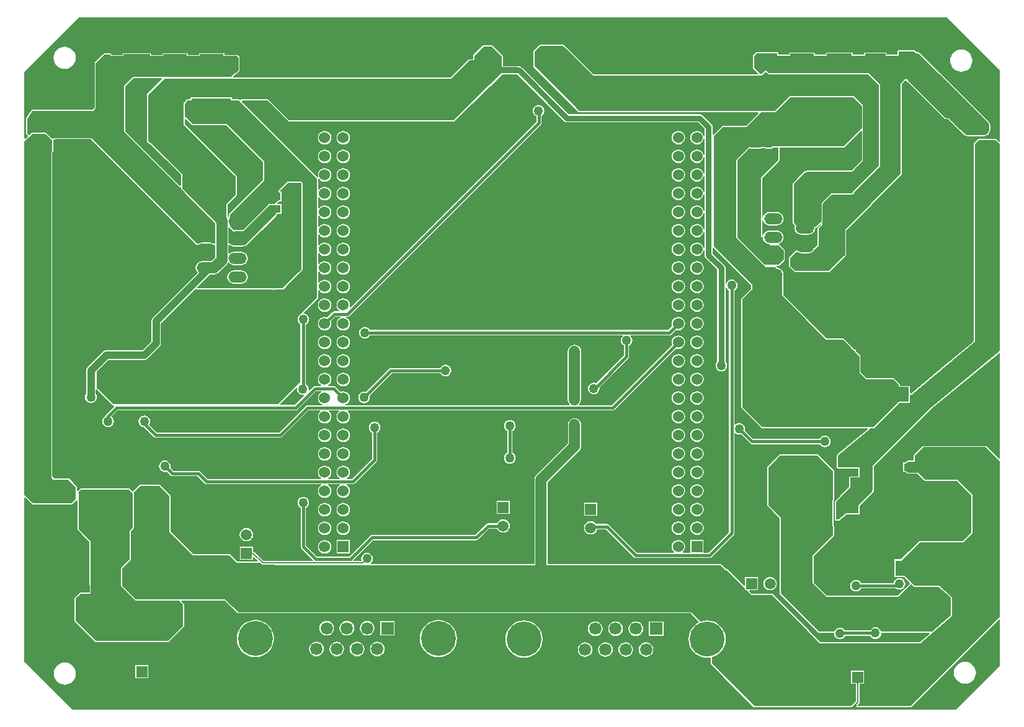
<source format=gbl>
%FSLAX44Y44*%
%MOMM*%
G71*
G01*
G75*
G04 Layer_Physical_Order=2*
G04 Layer_Color=16711680*
%ADD10O,1.9500X0.6000*%
%ADD11R,1.5000X1.0000*%
%ADD12R,1.0000X1.5000*%
%ADD13R,0.8000X1.2000*%
%ADD14R,1.2000X0.6000*%
%ADD15R,2.2000X1.2000*%
%ADD16R,3.0500X1.1000*%
%ADD17R,6.5000X5.5500*%
%ADD18R,1.1000X3.0500*%
%ADD19R,5.5500X6.5000*%
%ADD20R,1.1000X1.3500*%
%ADD21R,1.3500X1.1000*%
%ADD22R,1.2500X1.4500*%
%ADD23R,1.4500X1.2500*%
%ADD24R,1.5000X1.2000*%
%ADD25R,1.5000X1.0000*%
%ADD26C,1.0000*%
%ADD27C,0.6000*%
%ADD28C,1.5000*%
%ADD29C,0.8000*%
%ADD30C,0.4000*%
%ADD31C,0.3000*%
%ADD32C,0.2000*%
%ADD33R,1.5000X1.5000*%
%ADD34C,1.5000*%
%ADD35R,1.5000X1.5000*%
%ADD36R,1.5240X1.5240*%
%ADD37C,1.5240*%
%ADD38C,4.7600*%
%ADD39R,1.6900X1.6900*%
%ADD40C,1.6900*%
%ADD41O,2.5000X1.5000*%
%ADD42C,0.7000*%
%ADD43C,1.2700*%
%ADD44R,5.3000X2.8000*%
%ADD45R,6.0000X2.1000*%
%ADD46R,3.9500X2.0500*%
%ADD47R,9.4000X6.8000*%
%ADD48R,2.4500X2.5500*%
%ADD49R,8.0000X10.0000*%
%ADD50C,0.5000*%
G36*
X387442Y606576D02*
X386393Y605209D01*
X385602Y603299D01*
X385332Y601250D01*
X385602Y599201D01*
X386393Y597291D01*
X387651Y595651D01*
X389250Y594425D01*
Y527449D01*
Y515916D01*
X359875Y486561D01*
X358564Y485250D01*
X133793D01*
X113074Y505956D01*
X111500Y507529D01*
Y530228D01*
X127216Y545944D01*
X176250D01*
X177947Y546167D01*
X178602Y546439D01*
X179528Y546822D01*
X180886Y547864D01*
X196886Y563864D01*
X197928Y565222D01*
X198199Y565877D01*
X198583Y566803D01*
X198806Y568500D01*
Y596034D01*
X245022Y642250D01*
X351745D01*
X387442Y606576D01*
D02*
G37*
G36*
X1338530Y845517D02*
X1344194Y840817D01*
Y558467D01*
X1227340Y461517D01*
X1160144Y405767D01*
Y403767D01*
Y357767D01*
X1150803Y350017D01*
X1123985Y327767D01*
X1120299D01*
Y351944D01*
X1139552Y371198D01*
X1140105Y372025D01*
X1140137Y372186D01*
X1140299Y373000D01*
Y385290D01*
X1152750D01*
Y399290D01*
X1123382D01*
Y415517D01*
X1168111Y452626D01*
X1172352D01*
X1172363Y452631D01*
X1172374Y452627D01*
X1172936Y452868D01*
X1173500Y453102D01*
X1173505Y453113D01*
X1173516Y453118D01*
X1193672Y473834D01*
X1197079Y477335D01*
X1197079Y477335D01*
X1206482Y487000D01*
X1221250D01*
Y496268D01*
Y496714D01*
X1221669Y497062D01*
X1222249Y498161D01*
X1222249D01*
X1222249D01*
X1222592Y498267D01*
X1222951Y498251D01*
X1223163Y498443D01*
X1223436Y498528D01*
X1272238Y539017D01*
X1309618Y570030D01*
X1309655Y570101D01*
X1309729Y570132D01*
X1309940Y570641D01*
X1310198Y571129D01*
X1310174Y571206D01*
X1310205Y571280D01*
Y572517D01*
Y592705D01*
Y841517D01*
X1311109Y842267D01*
X1316231Y846517D01*
X1337324D01*
X1338530Y845517D01*
D02*
G37*
G36*
X390578Y787532D02*
X390672Y787303D01*
Y670041D01*
X390444Y669490D01*
X386929Y665975D01*
X368852Y647898D01*
X364599Y643645D01*
X353656D01*
X353357Y643522D01*
X353034D01*
X352902Y643389D01*
X352892Y643399D01*
X352315Y643637D01*
X351745Y643874D01*
X248305D01*
X247819Y645047D01*
X265036Y662264D01*
X265426Y662772D01*
X271350D01*
X273699Y663082D01*
X275889Y663989D01*
X277769Y665431D01*
X288319Y675981D01*
X289761Y677861D01*
X290189Y678894D01*
X291448Y679060D01*
X292161Y678131D01*
X294041Y676689D01*
X296231Y675782D01*
X298580Y675472D01*
X308580D01*
X310930Y675782D01*
X313119Y676689D01*
X314999Y678131D01*
X316441Y680011D01*
X317348Y682200D01*
X317658Y684550D01*
X317348Y686899D01*
X316441Y689089D01*
X314999Y690969D01*
X313119Y692411D01*
X310930Y693318D01*
X308580Y693628D01*
X298580D01*
X296231Y693318D01*
X294041Y692411D01*
X292161Y690969D01*
X290978Y691371D01*
Y702470D01*
X291146Y702806D01*
X291987Y703450D01*
X292151Y703472D01*
X292300Y703398D01*
X292338Y703396D01*
X293553Y702463D01*
X293872Y702219D01*
X293872D01*
X294041Y702089D01*
X296231Y701182D01*
X297895Y700963D01*
X298474Y700886D01*
D01*
X298580Y700872D01*
X308580D01*
X308686Y700886D01*
D01*
X309515Y700995D01*
X310238Y700900D01*
X310238D01*
X310450Y700872D01*
X310662Y700900D01*
X310662D01*
X311760Y701045D01*
X312799Y701182D01*
X314989Y702089D01*
X315158Y702219D01*
X315158D01*
X316470Y703225D01*
X316869Y703531D01*
X316944Y703606D01*
D01*
X336321Y722984D01*
X355794Y742456D01*
X356007Y742735D01*
X357106Y744167D01*
Y744167D01*
X357237Y744336D01*
X357822Y745750D01*
X357822Y745750D01*
X358145D01*
X363250D01*
Y758750D01*
X357719D01*
X357410Y759127D01*
X357718Y760359D01*
X357789Y760388D01*
X357958Y760519D01*
D01*
X359584Y761766D01*
D01*
X359669Y761831D01*
X359669Y761831D01*
X359669Y761831D01*
X359744Y761906D01*
D01*
X360150Y762312D01*
X360359Y762522D01*
X360733Y762677D01*
X360733Y762677D01*
X360911Y762750D01*
X363250D01*
Y768660D01*
X363328Y769250D01*
X363250Y769840D01*
Y775750D01*
X361455D01*
X361455D01*
Y775750D01*
D01*
X361062Y776699D01*
X360969Y776923D01*
X361198Y777152D01*
X361198Y777152D01*
X371444Y787398D01*
X371995Y787626D01*
X390350D01*
X390578Y787532D01*
D02*
G37*
G36*
X385061Y507734D02*
X384832Y506000D01*
X385102Y503951D01*
X385893Y502041D01*
X387151Y500401D01*
X388791Y499143D01*
X390701Y498352D01*
X392750Y498082D01*
X393711Y498209D01*
X394273Y497070D01*
X381522Y484319D01*
X361589D01*
X361103Y485492D01*
X383922Y508296D01*
X385061Y507734D01*
D02*
G37*
G36*
X200496Y929450D02*
X180115Y909511D01*
X180111Y909502D01*
X180102Y909499D01*
X179867Y908933D01*
X179627Y908369D01*
X179630Y908360D01*
X179626Y908351D01*
Y902472D01*
Y845641D01*
X179630Y845632D01*
X179627Y845623D01*
X179867Y845059D01*
X180102Y844493D01*
X180111Y844489D01*
X180115Y844481D01*
X184121Y840561D01*
X226199Y799396D01*
Y785115D01*
X225900Y784393D01*
X225323Y783817D01*
X224445Y783642D01*
X158486Y849602D01*
X150034Y858054D01*
X149806Y858605D01*
Y861493D01*
Y919583D01*
X149912Y919826D01*
X149913Y919844D01*
X149926Y919857D01*
X150028Y920102D01*
X150263Y920328D01*
X160778Y930403D01*
X161041Y930505D01*
X161055Y930518D01*
X161073D01*
X161334Y930626D01*
X200016D01*
X200496Y929450D01*
D02*
G37*
G36*
X751375Y971750D02*
X789125Y934000D01*
X1018625D01*
X1021875Y937250D01*
X1023957Y939332D01*
X1025227Y939327D01*
X1026638Y937892D01*
X1026638Y937892D01*
X1028080Y936425D01*
X1028087Y936422D01*
X1028090Y936416D01*
X1028657Y936180D01*
X1029224Y935940D01*
X1029231Y935943D01*
X1029238Y935940D01*
X1164575D01*
X1178276Y922006D01*
X1178276D01*
Y922006D01*
X1178772Y921502D01*
Y817074D01*
Y811139D01*
X1151361Y783263D01*
X1143592Y775362D01*
X1143362Y774792D01*
X1143126Y774223D01*
Y773874D01*
X1143068D01*
X1142810D01*
X1142809Y773874D01*
X1142796D01*
X1142796Y773874D01*
X1142796Y773874D01*
X1142230Y773633D01*
X1141908Y773500D01*
X1113912D01*
X1110581Y770169D01*
X1104250Y763838D01*
X1103331Y762919D01*
X1101889Y761039D01*
X1100982Y758849D01*
X1100672Y756500D01*
Y735354D01*
X1100158Y734098D01*
X1100157Y734097D01*
X1099374Y733833D01*
X1099374D01*
X1098806Y733595D01*
X1098233Y733358D01*
X1097125Y732250D01*
X1092875Y728000D01*
X1092126D01*
X1092074Y727978D01*
X1092020Y727997D01*
X1091507Y727744D01*
X1090978Y727524D01*
X1090956Y727472D01*
X1090906Y727447D01*
X1090707Y727221D01*
X1090555Y726772D01*
X1090318Y726362D01*
X1090036Y724224D01*
X1089293Y722430D01*
X1088111Y720889D01*
X1086570Y719707D01*
X1084776Y718963D01*
X1082744Y718696D01*
X1072956D01*
X1070924Y718963D01*
X1069130Y719707D01*
X1067589Y720889D01*
X1066407Y722430D01*
X1065664Y724224D01*
X1065410Y726150D01*
X1065664Y728076D01*
X1065947Y728761D01*
Y729083D01*
X1066071Y729382D01*
X1065947Y729680D01*
Y730003D01*
X1065719Y730231D01*
X1065595Y730530D01*
X1064660Y731465D01*
X1062625Y733500D01*
Y733823D01*
Y734500D01*
Y738750D01*
Y786250D01*
X1068375Y792000D01*
X1078875Y802500D01*
X1125414D01*
X1125705Y803204D01*
X1141990D01*
X1143138Y803680D01*
X1156820Y817362D01*
X1157296Y818510D01*
Y835796D01*
X1158375Y836875D01*
Y896250D01*
X1157625Y897000D01*
X1136625Y918000D01*
X1068875D01*
X1067625Y916750D01*
X1036625Y885750D01*
X770375D01*
X766375Y889750D01*
X708625Y947500D01*
Y954750D01*
Y966750D01*
X711375Y969500D01*
X716625Y974750D01*
X748375D01*
X751375Y971750D01*
D02*
G37*
G36*
X355940Y757602D02*
X355940Y757602D01*
Y757602D01*
X355940D01*
X356093Y757538D01*
X356186Y757400D01*
X356650Y757308D01*
X357088Y757126D01*
X361626D01*
Y747374D01*
X357822D01*
X357524Y747250D01*
X357201D01*
X356972Y747022D01*
X356674Y746898D01*
X356550Y746600D01*
X356322Y746371D01*
X355818Y745155D01*
X354571Y743529D01*
X315796Y704754D01*
X314170Y703507D01*
X312376Y702764D01*
X310450Y702510D01*
X309727Y702605D01*
X309515Y702548D01*
X309303Y702605D01*
X308474Y702496D01*
X298686D01*
X296654Y702764D01*
X294860Y703507D01*
X293150Y704819D01*
X292989Y704862D01*
X292879Y704987D01*
X292407Y705018D01*
X291949Y705141D01*
X290978Y706824D01*
Y719628D01*
X291158Y720995D01*
Y726500D01*
X292704D01*
X297602Y721602D01*
X298750Y721126D01*
X299898Y721602D01*
X300173Y721876D01*
X311162D01*
X312310Y722352D01*
X333060Y743102D01*
X333060D01*
X344029Y754071D01*
X345113Y754902D01*
X345655Y755318D01*
X345871Y755408D01*
X346100Y755636D01*
X346398Y755760D01*
X346522Y756058D01*
X346750Y756286D01*
Y756609D01*
X346874Y756908D01*
Y757126D01*
X354486D01*
X354564Y757159D01*
X354645Y757134D01*
X355128Y757392D01*
X355634Y757602D01*
X355666Y757680D01*
X355666D01*
D01*
X355940Y757602D01*
D02*
G37*
G36*
X156250Y367750D02*
X160500Y363500D01*
Y362000D01*
Y316750D01*
X159650Y315900D01*
X156852Y313102D01*
X156376Y311954D01*
Y273649D01*
X147750Y265012D01*
D01*
X145101Y262360D01*
X144865Y261788D01*
X144626Y261213D01*
Y259701D01*
Y237277D01*
X144865Y236702D01*
X145101Y236130D01*
X148373Y232854D01*
X163221Y217989D01*
X163222Y217988D01*
X163222Y217988D01*
X163793Y217751D01*
X164369Y217512D01*
X164370Y217513D01*
X164370Y217512D01*
X222988D01*
X228750Y211750D01*
Y183500D01*
Y182500D01*
X212750Y166500D01*
X208250Y162000D01*
X110250D01*
X83750Y188500D01*
X82750Y189500D01*
Y207750D01*
Y209750D01*
Y220250D01*
X86000Y223500D01*
X89000Y226500D01*
X103000D01*
Y239500D01*
X103000Y239500D01*
X103000D01*
X102707Y240207D01*
D01*
Y298543D01*
X93000Y308250D01*
X86750Y314500D01*
Y315500D01*
Y364750D01*
X86250Y365250D01*
X89500Y368500D01*
X155500D01*
X156250Y367750D01*
D02*
G37*
G36*
X1110500Y400000D02*
X1116250Y394250D01*
Y355105D01*
X1115948Y354802D01*
X1115395Y353975D01*
X1115201Y353000D01*
Y320250D01*
X1115395Y319275D01*
X1115948Y318448D01*
X1116250Y318145D01*
Y306500D01*
X1092750Y283000D01*
X1088250Y278500D01*
Y243250D01*
Y241250D01*
X1107500Y222000D01*
X1205250D01*
X1214343Y231093D01*
Y231225D01*
X1215247Y232118D01*
X1215366Y232116D01*
X1216261Y233011D01*
Y233011D01*
Y233011D01*
X1216383Y232883D01*
X1222689Y239189D01*
X1223959Y239189D01*
X1227015Y236130D01*
X1227015Y236129D01*
X1227016Y236129D01*
X1227587Y235892D01*
X1228163Y235653D01*
X1228163Y235654D01*
X1228164Y235653D01*
X1260562D01*
X1275407Y222774D01*
X1277440Y221009D01*
Y197000D01*
Y196991D01*
X1266186Y187226D01*
X1266186Y187226D01*
X1258327Y180408D01*
X1258327Y180408D01*
X1251518Y174500D01*
X1181937D01*
X1181898Y174799D01*
X1181107Y176709D01*
X1179849Y178349D01*
X1178209Y179607D01*
X1176299Y180398D01*
X1174250Y180668D01*
X1172201Y180398D01*
X1170291Y179607D01*
X1168651Y178349D01*
X1167393Y176709D01*
X1167231Y176319D01*
X1132523D01*
X1131349Y177849D01*
X1129709Y179107D01*
X1127799Y179898D01*
X1125750Y180168D01*
X1123701Y179898D01*
X1121791Y179107D01*
X1120151Y177849D01*
X1118893Y176209D01*
X1118185Y174500D01*
X1098000D01*
X1051250Y221250D01*
X1045000Y227500D01*
Y321750D01*
Y330750D01*
X1035500Y340250D01*
X1028250Y347500D01*
Y395000D01*
Y399500D01*
X1039750Y411000D01*
X1043750Y415000D01*
X1095500D01*
X1110500Y400000D01*
D02*
G37*
G36*
X293876Y902000D02*
X294352Y900852D01*
X295500Y900376D01*
X305124D01*
X412000Y793500D01*
Y693250D01*
Y631134D01*
X387924Y607058D01*
X387651Y606849D01*
X385580Y608438D01*
X353170Y640848D01*
X353656Y642022D01*
X365272D01*
X365744Y642494D01*
X365743Y642496D01*
X365747Y642497D01*
X370000Y646750D01*
X391820Y668570D01*
X392296Y669718D01*
Y787626D01*
X391820Y788774D01*
X390672Y789250D01*
X371673D01*
X370524Y788774D01*
X359821Y778071D01*
X359698Y777773D01*
X359469Y777545D01*
Y777222D01*
X359346Y776923D01*
X359469Y776625D01*
Y776302D01*
X359955Y775129D01*
X360184Y774900D01*
X360307Y774602D01*
X360606Y774478D01*
X360834Y774250D01*
X361157D01*
X361455Y774126D01*
X361626D01*
Y769840D01*
X361669Y769736D01*
X361640Y769628D01*
X361690Y769250D01*
X361640Y768872D01*
X361669Y768764D01*
X361626Y768660D01*
Y764626D01*
X361374Y764374D01*
X360588D01*
D01*
X360588D01*
X360112Y764177D01*
X359440Y763898D01*
Y763898D01*
X359440D01*
X358596Y763054D01*
X356970Y761807D01*
X356219Y761496D01*
X355884Y761161D01*
X355490Y760898D01*
X355458Y760734D01*
X355340Y760617D01*
Y760143D01*
X355248Y759679D01*
X354486Y758750D01*
X345250D01*
Y756908D01*
X344836Y756737D01*
X342956Y755294D01*
X332328Y744666D01*
X331912Y744250D01*
X311162Y723500D01*
X299500D01*
X298750Y722750D01*
X293000Y728500D01*
Y733500D01*
Y741750D01*
Y744250D01*
X294000Y745250D01*
X294173Y745423D01*
X339524Y790775D01*
X340000Y791923D01*
Y802250D01*
Y816328D01*
X339524Y817476D01*
X315500Y841500D01*
X288976Y868025D01*
X287827Y868500D01*
X242000D01*
X241772Y868728D01*
X239250Y871250D01*
X233695Y876805D01*
X233397Y876929D01*
X233168Y877157D01*
X232845D01*
X232547Y877281D01*
X232430Y877232D01*
X231374Y877938D01*
Y895876D01*
X231876D01*
X233025Y896352D01*
X233500Y897500D01*
Y898427D01*
Y898750D01*
X233728Y898978D01*
X233750Y899000D01*
X234898Y900148D01*
X235126Y900376D01*
X239500D01*
X240648Y900852D01*
X241124Y902000D01*
Y902626D01*
X293876D01*
Y902000D01*
D02*
G37*
G36*
X235681Y872523D02*
X238102Y870102D01*
X240624Y867580D01*
X240852Y867352D01*
X241150Y867228D01*
D01*
X241702Y867000D01*
X241702D01*
X242000Y866876D01*
X287505D01*
X288056Y866648D01*
X314352Y840352D01*
X338148Y816556D01*
X338376Y816005D01*
Y802250D01*
Y792245D01*
X338148Y791694D01*
X316623Y770169D01*
X292852Y746398D01*
X291852Y745398D01*
X291376Y744250D01*
Y741750D01*
Y741645D01*
X290621Y741095D01*
X290041Y741558D01*
X290040Y741592D01*
Y758173D01*
X290150Y758431D01*
X290150Y758441D01*
X290157Y758447D01*
X290265Y758707D01*
X290804Y759235D01*
X301537Y769735D01*
X301596Y769793D01*
D01*
X301821Y770013D01*
X301825Y770022D01*
X301833Y770025D01*
X302068Y770592D01*
X302309Y771156D01*
X302305Y771164D01*
X302309Y771173D01*
Y773133D01*
Y796894D01*
X302305Y796903D01*
X302309Y796912D01*
X302178Y797217D01*
Y797217D01*
X302141Y797305D01*
X302068Y797476D01*
X301833Y798042D01*
X301825Y798046D01*
X301821Y798055D01*
X301596Y798275D01*
D01*
X300318Y799525D01*
X291310Y808337D01*
X264987Y834660D01*
X231602Y868046D01*
X231374Y868597D01*
Y873604D01*
X231673Y874326D01*
X232249Y874903D01*
X233127Y875077D01*
X235681Y872523D01*
D02*
G37*
G36*
X41671Y853990D02*
X50553Y845910D01*
Y843385D01*
Y831770D01*
X49119Y830465D01*
Y417645D01*
Y385654D01*
X49573Y385150D01*
X51846Y382631D01*
X72752D01*
X77524Y377341D01*
X82750Y371548D01*
Y368713D01*
X82721D01*
X82750Y368687D01*
Y356315D01*
X82472Y355052D01*
X76644Y349750D01*
X25018D01*
X23352Y351265D01*
X12556Y361087D01*
Y789510D01*
Y844673D01*
X23907Y855000D01*
X40561D01*
X41671Y853990D01*
D02*
G37*
G36*
X1344194Y407337D02*
Y195212D01*
X1222123Y73000D01*
X1150014D01*
X1149528Y74173D01*
X1151802Y76448D01*
X1152355Y77275D01*
X1152549Y78250D01*
Y103500D01*
X1159000D01*
Y116750D01*
Y121500D01*
X1141000D01*
Y116750D01*
Y103500D01*
X1147451D01*
Y79306D01*
X1141145Y73000D01*
X1009465D01*
X967941Y114573D01*
X950827Y131706D01*
Y139996D01*
X954179Y141013D01*
X958574Y143362D01*
X962426Y146524D01*
X965588Y150376D01*
X967937Y154771D01*
X969384Y159540D01*
X969872Y164500D01*
X969384Y169460D01*
X967937Y174229D01*
X965588Y178624D01*
X962426Y182476D01*
X958574Y185638D01*
X954179Y187987D01*
X949958Y189268D01*
X949410Y189434D01*
X944450Y189922D01*
X939490Y189434D01*
X935904Y188346D01*
X924750Y199500D01*
X922750Y201500D01*
X305000D01*
X297694Y208806D01*
X296998D01*
X286931Y218884D01*
X286680Y219136D01*
X164370D01*
X149522Y234002D01*
X146250Y237277D01*
Y259701D01*
Y261213D01*
X158000Y272977D01*
Y311954D01*
X161648Y315602D01*
X162124Y316750D01*
Y362000D01*
Y363500D01*
X161648Y364648D01*
X161398Y364898D01*
X163000Y366500D01*
X163000Y366500D01*
Y366500D01*
X169500Y373000D01*
X170500Y374000D01*
X196500D01*
X209000Y361500D01*
X210250Y360250D01*
Y313500D01*
Y311250D01*
X239250Y282250D01*
X242146Y279354D01*
X291713D01*
X302555Y268500D01*
X334395D01*
X336198Y266698D01*
X337024Y266145D01*
X337186Y266113D01*
X338000Y265951D01*
X354049D01*
X354500Y265500D01*
X963000D01*
X969807Y258694D01*
X971464D01*
X996000Y234129D01*
Y231250D01*
X998876D01*
X1004946Y225172D01*
X1033401D01*
X1081915Y175293D01*
X1098256Y158491D01*
X1235544D01*
X1267250Y186000D01*
X1279064Y196250D01*
Y197000D01*
Y221750D01*
X1276471Y224000D01*
X1261168Y237277D01*
X1228164D01*
X1213819Y251639D01*
X1209288Y256174D01*
Y270536D01*
Y271543D01*
X1220865Y283134D01*
X1234707Y296991D01*
X1294352D01*
X1298500Y301144D01*
D01*
X1305928Y308581D01*
X1306460Y309114D01*
X1306697Y309686D01*
X1306935Y310261D01*
Y358469D01*
Y360821D01*
X1306697Y361396D01*
X1306460Y361968D01*
X1294100Y374343D01*
X1286047Y382405D01*
X1242005D01*
X1232190Y392232D01*
X1228164Y396263D01*
Y412892D01*
Y415160D01*
X1238734Y425742D01*
X1239740Y426750D01*
X1324803D01*
X1344194Y407337D01*
D02*
G37*
G36*
X660410Y963794D02*
X660995Y963222D01*
X664124Y960160D01*
X664500Y959792D01*
Y959478D01*
Y947358D01*
X664976Y946210D01*
X666124Y945734D01*
X686325D01*
X686811Y944561D01*
X685250Y943000D01*
Y941500D01*
X664500D01*
Y941175D01*
Y937991D01*
X647474Y921334D01*
X598397Y873322D01*
X374049D01*
X372879Y874467D01*
D01*
X351451Y895430D01*
X345209Y901537D01*
X344639Y901766D01*
X344073Y902000D01*
X309079D01*
X308781Y901876D01*
X308458D01*
X308229Y901648D01*
X307931Y901525D01*
X307882Y901407D01*
X306637Y901159D01*
X306272Y901525D01*
X305124Y902000D01*
X295500D01*
Y902323D01*
Y902626D01*
Y904250D01*
X239500D01*
Y902000D01*
X235126D01*
X234277Y901648D01*
D01*
X234009Y901537D01*
X233978Y901525D01*
X232602Y900148D01*
X232352Y899898D01*
X231876Y898750D01*
Y897500D01*
X231374D01*
X230226Y897025D01*
X229750Y895876D01*
Y877938D01*
X229814Y877784D01*
X229781Y877621D01*
X230044Y877227D01*
X230226Y876789D01*
X230379Y876726D01*
X230226Y876319D01*
X230226Y876319D01*
X230226Y876319D01*
X230102Y876021D01*
X229874Y875792D01*
Y875469D01*
X229750Y875171D01*
Y868274D01*
X230226Y867126D01*
X290162Y807189D01*
X290171Y807186D01*
X290175Y807177D01*
X299183Y798364D01*
X300685Y796894D01*
Y773133D01*
Y771173D01*
X289668Y760395D01*
X289557Y760286D01*
X288905Y759648D01*
X288901Y759639D01*
X288892Y759635D01*
X288657Y759069D01*
X288416Y758505D01*
X288420Y758496D01*
X288416Y758487D01*
Y741569D01*
Y741569D01*
X288437Y740826D01*
Y740826D01*
X288416Y740817D01*
Y731000D01*
X274483D01*
X274348Y732019D01*
X273442Y734209D01*
X271999Y736089D01*
X227822Y780265D01*
Y799589D01*
Y800079D01*
X185256Y841722D01*
X181250Y845641D01*
Y902472D01*
Y908351D01*
X202533Y929172D01*
X203785Y930397D01*
X594892D01*
X620296Y955250D01*
X626750D01*
Y961564D01*
X639211Y973755D01*
Y974000D01*
X649977D01*
X660410Y963794D01*
D02*
G37*
G36*
X1155672Y892990D02*
Y892750D01*
Y862422D01*
X1130750Y837500D01*
X1033500D01*
X1031750Y835750D01*
X1025204D01*
X1023350Y836518D01*
X1021000Y836828D01*
X1018651Y836518D01*
X1016796Y835750D01*
X1004750D01*
X1002500Y838000D01*
X984000Y819500D01*
Y818500D01*
Y708250D01*
X986250Y706000D01*
X1019250Y673000D01*
X1037250D01*
X1039750Y670500D01*
X1046750Y663500D01*
Y663000D01*
Y634303D01*
X1078713Y601452D01*
X1078892Y601526D01*
X1106977Y573441D01*
X1130349D01*
X1151248Y551962D01*
X1152273Y550909D01*
Y530903D01*
Y528587D01*
X1161083Y519532D01*
X1161493Y519110D01*
X1199193D01*
X1204930Y513214D01*
X1205750Y512372D01*
Y490260D01*
Y488576D01*
X1195915Y478467D01*
X1172352Y454250D01*
X1019091D01*
X992660Y481416D01*
X992455Y481626D01*
Y626298D01*
Y628404D01*
X1004749Y641039D01*
X1004999D01*
X1006500Y642541D01*
Y643000D01*
Y648750D01*
X1004250Y651000D01*
X953750Y701500D01*
Y707000D01*
Y852250D01*
X954500Y853000D01*
X965500Y864000D01*
X998000D01*
X1002000Y868000D01*
X1018126Y884126D01*
X1036625D01*
X1037773Y884602D01*
X1057843Y904672D01*
X1143990D01*
X1155672Y892990D01*
D02*
G37*
G36*
X749285Y872035D02*
X751104Y870819D01*
X753250Y870392D01*
X932177D01*
X940892Y861677D01*
Y851134D01*
X939625Y851051D01*
X939505Y851961D01*
X938586Y854179D01*
X937124Y856084D01*
X935219Y857546D01*
X933001Y858465D01*
X930620Y858779D01*
X928239Y858465D01*
X926021Y857546D01*
X924116Y856084D01*
X922654Y854179D01*
X921735Y851961D01*
X921421Y849580D01*
X921735Y847199D01*
X922654Y844981D01*
X924116Y843075D01*
X926021Y841614D01*
X928239Y840695D01*
X930620Y840381D01*
X933001Y840695D01*
X935219Y841614D01*
X937124Y843075D01*
X938586Y844981D01*
X939505Y847199D01*
X939625Y848109D01*
X940892Y848026D01*
Y825734D01*
X939625Y825651D01*
X939505Y826561D01*
X938586Y828779D01*
X937124Y830684D01*
X935219Y832146D01*
X933001Y833065D01*
X930620Y833379D01*
X928239Y833065D01*
X926021Y832146D01*
X924116Y830684D01*
X922654Y828779D01*
X921735Y826561D01*
X921421Y824180D01*
X921735Y821799D01*
X922654Y819581D01*
X924116Y817675D01*
X926021Y816214D01*
X928239Y815295D01*
X930620Y814981D01*
X933001Y815295D01*
X935219Y816214D01*
X937124Y817675D01*
X938586Y819581D01*
X939505Y821799D01*
X939625Y822709D01*
X940892Y822626D01*
Y800334D01*
X939625Y800251D01*
X939505Y801161D01*
X938586Y803379D01*
X937124Y805284D01*
X935219Y806746D01*
X933001Y807665D01*
X930620Y807979D01*
X928239Y807665D01*
X926021Y806746D01*
X924116Y805284D01*
X922654Y803379D01*
X921735Y801161D01*
X921421Y798780D01*
X921735Y796399D01*
X922654Y794181D01*
X924116Y792275D01*
X926021Y790814D01*
X928239Y789895D01*
X930620Y789581D01*
X933001Y789895D01*
X935219Y790814D01*
X937124Y792275D01*
X938586Y794181D01*
X939505Y796399D01*
X939625Y797309D01*
X940892Y797226D01*
Y774934D01*
X939625Y774851D01*
X939505Y775761D01*
X938586Y777979D01*
X937124Y779884D01*
X935219Y781346D01*
X933001Y782265D01*
X930620Y782579D01*
X928239Y782265D01*
X926021Y781346D01*
X924116Y779884D01*
X922654Y777979D01*
X921735Y775761D01*
X921421Y773380D01*
X921735Y770999D01*
X922654Y768781D01*
X924116Y766876D01*
X926021Y765414D01*
X928239Y764495D01*
X930620Y764181D01*
X933001Y764495D01*
X935219Y765414D01*
X937124Y766876D01*
X938586Y768781D01*
X939505Y770999D01*
X939625Y771909D01*
X940892Y771826D01*
Y749534D01*
X939625Y749451D01*
X939505Y750361D01*
X938586Y752579D01*
X937124Y754484D01*
X935219Y755946D01*
X933001Y756865D01*
X930620Y757179D01*
X928239Y756865D01*
X926021Y755946D01*
X924116Y754484D01*
X922654Y752579D01*
X921735Y750361D01*
X921421Y747980D01*
X921735Y745599D01*
X922654Y743381D01*
X924116Y741476D01*
X926021Y740014D01*
X928239Y739095D01*
X930620Y738781D01*
X933001Y739095D01*
X935219Y740014D01*
X937124Y741476D01*
X938586Y743381D01*
X939505Y745599D01*
X939625Y746509D01*
X940892Y746426D01*
Y724134D01*
X939625Y724051D01*
X939505Y724961D01*
X938586Y727179D01*
X937124Y729084D01*
X935219Y730546D01*
X933001Y731465D01*
X930620Y731779D01*
X928239Y731465D01*
X926021Y730546D01*
X924116Y729084D01*
X922654Y727179D01*
X921735Y724961D01*
X921421Y722580D01*
X921735Y720199D01*
X922654Y717981D01*
X924116Y716076D01*
X926021Y714614D01*
X928239Y713695D01*
X930620Y713381D01*
X933001Y713695D01*
X935219Y714614D01*
X937124Y716076D01*
X938586Y717981D01*
X939505Y720199D01*
X939625Y721109D01*
X940892Y721026D01*
Y698734D01*
X939625Y698651D01*
X939505Y699561D01*
X938586Y701779D01*
X937124Y703684D01*
X935219Y705146D01*
X933001Y706065D01*
X930620Y706379D01*
X928239Y706065D01*
X926021Y705146D01*
X924116Y703684D01*
X922654Y701779D01*
X921735Y699561D01*
X921421Y697180D01*
X921735Y694799D01*
X922654Y692581D01*
X924116Y690676D01*
X926021Y689214D01*
X928239Y688295D01*
X930620Y687981D01*
X933001Y688295D01*
X935219Y689214D01*
X937124Y690676D01*
X938586Y692581D01*
X939505Y694799D01*
X939625Y695709D01*
X940892Y695626D01*
Y689000D01*
X941319Y686854D01*
X942535Y685035D01*
X958318Y669252D01*
Y543951D01*
X957068Y542323D01*
X956277Y540413D01*
X956008Y538364D01*
X956277Y536315D01*
X957068Y534405D01*
X958327Y532765D01*
X959967Y531507D01*
X961876Y530716D01*
X963925Y530446D01*
X965975Y530716D01*
X967884Y531507D01*
X969524Y532765D01*
X970782Y534405D01*
X971573Y536315D01*
X971843Y538364D01*
X971573Y540413D01*
X970782Y542323D01*
X969533Y543951D01*
Y644423D01*
X970779Y644671D01*
X971143Y643791D01*
X972401Y642151D01*
X974041Y640893D01*
X974431Y640731D01*
Y310728D01*
X946272Y282569D01*
X939740D01*
Y299900D01*
X921500D01*
Y282569D01*
X911475D01*
X911067Y283771D01*
X911724Y284275D01*
X913186Y286181D01*
X914105Y288399D01*
X914419Y290780D01*
X914105Y293161D01*
X913186Y295379D01*
X911724Y297284D01*
X909819Y298746D01*
X907601Y299665D01*
X905220Y299979D01*
X902839Y299665D01*
X900621Y298746D01*
X898716Y297284D01*
X897254Y295379D01*
X896335Y293161D01*
X896021Y290780D01*
X896335Y288399D01*
X897254Y286181D01*
X898716Y284275D01*
X899373Y283771D01*
X898964Y282569D01*
X848478D01*
X810273Y320773D01*
X809116Y321547D01*
X807750Y321819D01*
X792840D01*
X791919Y323019D01*
X790039Y324462D01*
X787850Y325368D01*
X785500Y325678D01*
X783150Y325368D01*
X780961Y324462D01*
X779081Y323019D01*
X777639Y321139D01*
X776732Y318950D01*
X776422Y316600D01*
X776732Y314251D01*
X777639Y312061D01*
X779081Y310181D01*
X780961Y308738D01*
X783150Y307832D01*
X785500Y307522D01*
X787850Y307832D01*
X790039Y308738D01*
X791919Y310181D01*
X793362Y312061D01*
X794268Y314251D01*
X794325Y314681D01*
X806272D01*
X844477Y276477D01*
X845634Y275703D01*
X847000Y275431D01*
X947750D01*
X949116Y275703D01*
X950273Y276477D01*
X980523Y306727D01*
X981297Y307884D01*
X981569Y309250D01*
Y445796D01*
X982708Y446358D01*
X984291Y445143D01*
X986201Y444352D01*
X988250Y444082D01*
X990299Y444352D01*
X990689Y444514D01*
X1003227Y431977D01*
X1004384Y431203D01*
X1005750Y430931D01*
X1098231D01*
X1098393Y430541D01*
X1099651Y428901D01*
X1101291Y427643D01*
X1103201Y426852D01*
X1105250Y426582D01*
X1107299Y426852D01*
X1109209Y427643D01*
X1110849Y428901D01*
X1112107Y430541D01*
X1112898Y432451D01*
X1113168Y434500D01*
X1112898Y436549D01*
X1112107Y438459D01*
X1110849Y440099D01*
X1109209Y441357D01*
X1107299Y442148D01*
X1105250Y442418D01*
X1103201Y442148D01*
X1101291Y441357D01*
X1099651Y440099D01*
X1098393Y438459D01*
X1098231Y438069D01*
X1007228D01*
X995736Y449561D01*
X995898Y449951D01*
X996168Y452000D01*
X995898Y454049D01*
X995107Y455959D01*
X993849Y457599D01*
X992209Y458857D01*
X990299Y459648D01*
X988250Y459918D01*
X986201Y459648D01*
X984291Y458857D01*
X982708Y457642D01*
X981569Y458204D01*
Y640731D01*
X981959Y640893D01*
X983599Y642151D01*
X984857Y643791D01*
X985648Y645701D01*
X985918Y647750D01*
X985648Y649799D01*
X984857Y651709D01*
X983599Y653349D01*
X981959Y654607D01*
X980049Y655398D01*
X978000Y655668D01*
X975951Y655398D01*
X974041Y654607D01*
X972401Y653349D01*
X971143Y651709D01*
X970779Y650829D01*
X969533Y651077D01*
Y671575D01*
X969106Y673721D01*
X967891Y675540D01*
X952108Y691323D01*
Y699187D01*
X953281Y699673D01*
X1003102Y649852D01*
X1004876Y648077D01*
Y643213D01*
X1004027Y642364D01*
X1003600Y642188D01*
X1003596Y642176D01*
X1003585Y642172D01*
X991291Y629537D01*
X991065Y628969D01*
X990831Y628404D01*
Y626298D01*
Y481626D01*
X991065Y481061D01*
X991291Y480494D01*
X991496Y480283D01*
X991496D01*
X991496Y480283D01*
X1017927Y453118D01*
X1017939Y453113D01*
X1017943Y453102D01*
X1018508Y452868D01*
X1019069Y452627D01*
X1019080Y452631D01*
X1019091Y452626D01*
X1163697D01*
X1164128Y451432D01*
X1122346Y416767D01*
X1122308Y416696D01*
X1122234Y416665D01*
X1122023Y416156D01*
X1121766Y415668D01*
X1121789Y415591D01*
X1121759Y415517D01*
Y399290D01*
X1122234Y398142D01*
X1123382Y397666D01*
X1151126D01*
Y386914D01*
X1140299D01*
X1139151Y386438D01*
X1138675Y385290D01*
Y373160D01*
X1138576Y372658D01*
X1138291Y372233D01*
X1119151Y353092D01*
X1118675Y351944D01*
Y327767D01*
X1119151Y326619D01*
X1120299Y326143D01*
X1123985D01*
X1124495Y326354D01*
X1125022Y326517D01*
X1134896Y334710D01*
X1152750D01*
Y346412D01*
X1169669Y363331D01*
X1169669Y363331D01*
X1169669Y363331D01*
X1171111Y365211D01*
X1172018Y367401D01*
X1172328Y369750D01*
Y400490D01*
X1250266Y478428D01*
X1343044Y555403D01*
X1344194Y554863D01*
Y411295D01*
X1343020Y410809D01*
X1325952Y427897D01*
X1325952Y427898D01*
X1325951Y427898D01*
X1325380Y428135D01*
X1324804Y428374D01*
X1324804Y428373D01*
X1324803Y428374D01*
X1239740D01*
X1239740Y428373D01*
X1239739Y428374D01*
X1239164Y428135D01*
X1238592Y427898D01*
X1238592Y427898D01*
X1238592Y427897D01*
X1237585Y426890D01*
X1227015Y416307D01*
X1226778Y415735D01*
X1226540Y415160D01*
Y412892D01*
Y408578D01*
X1221250D01*
X1218901Y408268D01*
X1216711Y407361D01*
X1214937Y406000D01*
X1212250D01*
Y400090D01*
X1212172Y399500D01*
X1212250Y398910D01*
Y393000D01*
X1214937D01*
X1216711Y391639D01*
X1218901Y390732D01*
X1221250Y390422D01*
X1231703D01*
X1240856Y381258D01*
X1240857Y381258D01*
X1240857Y381257D01*
X1241429Y381021D01*
X1242004Y380782D01*
X1242005Y380782D01*
X1242005Y380782D01*
X1285374D01*
X1292951Y373195D01*
D01*
X1297961Y368179D01*
D01*
X1300192Y365947D01*
X1305083Y361049D01*
X1305197Y360775D01*
X1305197Y360775D01*
Y360774D01*
X1305311Y360498D01*
Y358469D01*
Y310584D01*
X1305197Y310308D01*
Y310307D01*
X1305197Y310307D01*
X1305083Y310033D01*
X1304780Y309729D01*
X1297351Y302292D01*
D01*
X1293679Y298615D01*
X1234707D01*
X1234706Y298615D01*
X1234706Y298615D01*
X1234148Y298384D01*
X1233559Y298139D01*
X1233559Y298139D01*
X1233558Y298139D01*
X1219716Y284281D01*
X1208948Y273500D01*
X1199750D01*
Y249500D01*
X1213660D01*
X1220643Y242509D01*
X1221527Y240373D01*
X1221541Y240337D01*
X1215547Y234343D01*
X1215140Y234186D01*
X1215132Y234167D01*
X1215113Y234159D01*
X1214314Y233360D01*
X1214112Y233279D01*
X1214110Y233274D01*
X1214105Y233272D01*
X1213202Y232380D01*
X1213200Y232375D01*
X1213195Y232373D01*
X1213102Y232148D01*
X1204577Y223624D01*
X1108173D01*
X1089874Y241922D01*
Y243250D01*
Y277827D01*
X1093898Y281852D01*
X1117398Y305352D01*
X1117874Y306500D01*
Y318145D01*
X1117398Y319293D01*
X1117209Y319483D01*
X1116925Y319908D01*
X1116825Y320410D01*
Y352840D01*
X1116925Y353342D01*
X1117209Y353767D01*
X1117398Y353957D01*
X1117874Y355105D01*
Y394250D01*
X1117398Y395398D01*
X1111648Y401148D01*
X1096648Y416148D01*
X1095500Y416624D01*
X1043750D01*
X1042602Y416148D01*
X1038602Y412148D01*
X1027102Y400648D01*
X1026626Y399500D01*
Y395000D01*
Y347500D01*
X1027102Y346352D01*
X1034352Y339102D01*
X1043376Y330078D01*
Y321750D01*
Y227500D01*
X1043852Y226352D01*
X1050102Y220102D01*
X1096852Y173352D01*
X1098000Y172876D01*
X1117283D01*
X1117832Y172250D01*
X1118102Y170201D01*
X1118893Y168291D01*
X1120151Y166651D01*
X1121791Y165393D01*
X1123701Y164602D01*
X1125750Y164332D01*
X1127799Y164602D01*
X1129709Y165393D01*
X1131349Y166651D01*
X1132607Y168291D01*
X1132976Y169181D01*
X1167231D01*
X1167393Y168791D01*
X1168651Y167151D01*
X1170291Y165893D01*
X1172201Y165102D01*
X1174250Y164832D01*
X1176299Y165102D01*
X1178209Y165893D01*
X1179849Y167151D01*
X1181107Y168791D01*
X1181898Y170701D01*
X1182168Y172750D01*
X1182279Y172876D01*
X1247831D01*
X1248275Y171687D01*
X1234937Y160115D01*
X1098942D01*
X1083079Y176425D01*
X1034565Y226304D01*
X1034554Y226309D01*
X1034550Y226320D01*
X1033985Y226554D01*
X1033424Y226796D01*
X1033413Y226791D01*
X1033401Y226796D01*
X1005619D01*
X1002342Y230077D01*
X1002829Y231250D01*
X1014000D01*
Y249250D01*
X996000D01*
Y238087D01*
X994827Y237601D01*
X972613Y259841D01*
X972612Y259841D01*
X972612Y259842D01*
X972040Y260078D01*
X971465Y260317D01*
X971464Y260317D01*
X971464Y260317D01*
X970479D01*
X964148Y266648D01*
X963000Y267124D01*
X726828D01*
Y378740D01*
X769919Y421831D01*
X769919Y421831D01*
X770545Y422647D01*
X771361Y423711D01*
X772003Y425259D01*
X772268Y425900D01*
X772304Y426174D01*
X772578Y428250D01*
X772578Y428250D01*
Y457250D01*
X772268Y459599D01*
X771361Y461789D01*
X769919Y463669D01*
X768039Y465112D01*
X765850Y466018D01*
X763500Y466328D01*
X761151Y466018D01*
X758961Y465112D01*
X757081Y463669D01*
X755639Y461789D01*
X754732Y459599D01*
X754422Y457250D01*
Y432010D01*
X711331Y388919D01*
X709889Y387039D01*
X709513Y386132D01*
X708982Y384850D01*
X708672Y382500D01*
X708672Y382500D01*
X708672D01*
X708672Y382500D01*
X708672D01*
Y267124D01*
X485507D01*
X485099Y268326D01*
X485849Y268901D01*
X487107Y270541D01*
X487898Y272451D01*
X488168Y274500D01*
X487898Y276549D01*
X487107Y278459D01*
X485849Y280099D01*
X484209Y281357D01*
X482299Y282148D01*
X480250Y282418D01*
X478201Y282148D01*
X476291Y281357D01*
X474651Y280099D01*
X473393Y278459D01*
X472602Y276549D01*
X472332Y274500D01*
X472602Y272451D01*
X472745Y272105D01*
X472040Y271049D01*
X461505D01*
X461019Y272222D01*
X488478Y299681D01*
X629400D01*
X630766Y299953D01*
X631923Y300727D01*
X646728Y315531D01*
X657737D01*
X658139Y314561D01*
X659581Y312681D01*
X661461Y311238D01*
X663651Y310332D01*
X666000Y310022D01*
X668350Y310332D01*
X670539Y311238D01*
X672419Y312681D01*
X673861Y314561D01*
X674768Y316751D01*
X675078Y319100D01*
X674768Y321450D01*
X673861Y323639D01*
X672419Y325519D01*
X670539Y326961D01*
X668350Y327868D01*
X666000Y328178D01*
X663651Y327868D01*
X661461Y326961D01*
X659581Y325519D01*
X658139Y323639D01*
X657737Y322669D01*
X645250D01*
X643884Y322397D01*
X642727Y321623D01*
X627922Y306819D01*
X487000D01*
X485634Y306547D01*
X484477Y305773D01*
X456022Y277319D01*
X411978D01*
X396819Y292478D01*
Y343981D01*
X397209Y344143D01*
X398849Y345401D01*
X400107Y347041D01*
X400898Y348951D01*
X401168Y351000D01*
X400898Y353049D01*
X400107Y354959D01*
X398849Y356599D01*
X397209Y357857D01*
X395299Y358648D01*
X393250Y358918D01*
X391201Y358648D01*
X389291Y357857D01*
X387651Y356599D01*
X386393Y354959D01*
X385602Y353049D01*
X385332Y351000D01*
X385602Y348951D01*
X386393Y347041D01*
X387651Y345401D01*
X389291Y344143D01*
X389681Y343981D01*
Y291000D01*
X389681Y291000D01*
X389681D01*
X389953Y289634D01*
X390727Y288477D01*
X406981Y272222D01*
X406495Y271049D01*
X339056D01*
X326552Y283552D01*
X325726Y284105D01*
X324750Y284299D01*
X324500D01*
Y290750D01*
X306500D01*
Y272750D01*
X324500D01*
Y276736D01*
X325673Y277222D01*
X331598Y271297D01*
X331112Y270124D01*
X303228D01*
X292862Y280502D01*
X292861Y280502D01*
X292861Y280502D01*
X292290Y280739D01*
X291714Y280978D01*
X291714Y280978D01*
X291713Y280978D01*
X242818D01*
X240398Y283398D01*
X211874Y311922D01*
Y313500D01*
Y360250D01*
X211398Y361398D01*
X210148Y362648D01*
X197648Y375148D01*
X196500Y375624D01*
X170500D01*
X169352Y375148D01*
X168352Y374148D01*
X161852Y367648D01*
D01*
X161852Y367648D01*
X160250Y366046D01*
X157398Y368898D01*
X156648Y369648D01*
X155500Y370124D01*
X89500D01*
X88352Y369648D01*
X85547Y366843D01*
X84374Y367329D01*
Y368687D01*
X84368Y368700D01*
X84374Y368713D01*
Y371548D01*
X84151Y372086D01*
X83956Y372635D01*
X78729Y378429D01*
X78729Y378429D01*
X73957Y383719D01*
X73917Y383738D01*
X73900Y383779D01*
X73361Y384002D01*
X72835Y384253D01*
X72793Y384238D01*
X72752Y384255D01*
X52568D01*
X50779Y386238D01*
X50779Y386238D01*
X50743Y386278D01*
Y417645D01*
Y829748D01*
X51646Y830569D01*
X51663Y830606D01*
X51701Y830622D01*
X51925Y831163D01*
X52175Y831693D01*
X52161Y831732D01*
X52177Y831770D01*
Y843385D01*
Y845910D01*
X52161Y845948D01*
X52175Y845987D01*
X52175Y845987D01*
X52175Y845987D01*
D01*
X52027Y846559D01*
D01*
D01*
X54071Y847406D01*
X54351Y847522D01*
X54674D01*
X103417D01*
X103690Y847407D01*
X103693D01*
X103696Y847405D01*
X103962Y847294D01*
X203054Y747454D01*
X246573Y703606D01*
X246576Y703605D01*
X246577Y703602D01*
X247145Y703367D01*
X247719Y703126D01*
X247722Y703128D01*
X247725Y703126D01*
X250390D01*
X250873Y703327D01*
X251378Y703462D01*
X251680Y703693D01*
X253474Y704436D01*
X255506Y704704D01*
X265294D01*
X265873Y704628D01*
X266987Y704481D01*
X267326Y704436D01*
X269120Y703693D01*
X269422Y703462D01*
X269927Y703327D01*
X270410Y703126D01*
X271236D01*
X271238Y703128D01*
X271242Y703126D01*
X271241D01*
X271845Y703293D01*
X272822Y700931D01*
Y686160D01*
X267590Y680928D01*
X255400D01*
X253050Y680618D01*
X250861Y679712D01*
X248981Y678269D01*
X247539Y676389D01*
X246632Y674200D01*
X246322Y671850D01*
X246632Y669501D01*
X247539Y667311D01*
X248981Y665431D01*
X249023Y664795D01*
X187614Y603386D01*
X186572Y602028D01*
X186245Y601237D01*
X185917Y600447D01*
X185694Y598750D01*
Y571216D01*
X173534Y559056D01*
X124500D01*
X122803Y558833D01*
X121222Y558178D01*
X119864Y557136D01*
X98614Y535886D01*
X97572Y534528D01*
X97189Y533602D01*
X96917Y532947D01*
X96694Y531250D01*
Y499351D01*
X96393Y498959D01*
X95602Y497049D01*
X95332Y495000D01*
X95602Y492951D01*
X96393Y491041D01*
X97651Y489401D01*
X99291Y488143D01*
X101201Y487352D01*
X103250Y487082D01*
X105299Y487352D01*
X107209Y488143D01*
X108849Y489401D01*
X110107Y491041D01*
X110898Y492951D01*
X111168Y495000D01*
X110898Y497049D01*
X110107Y498959D01*
X109806Y499351D01*
Y504879D01*
X109948Y505270D01*
X111188Y505545D01*
X111926Y504808D01*
X132646Y484102D01*
X133223Y483863D01*
X133793Y483626D01*
X134420D01*
X134906Y482453D01*
X123727Y471273D01*
X122953Y470116D01*
X122687Y468777D01*
X121151Y467599D01*
X119893Y465959D01*
X119102Y464049D01*
X118832Y462000D01*
X119102Y459951D01*
X119893Y458041D01*
X121151Y456401D01*
X122791Y455143D01*
X124701Y454352D01*
X126750Y454082D01*
X128799Y454352D01*
X130709Y455143D01*
X132349Y456401D01*
X133607Y458041D01*
X134398Y459951D01*
X134668Y462000D01*
X134398Y464049D01*
X133607Y465959D01*
X132349Y467599D01*
X131866Y467969D01*
X131783Y469236D01*
X139728Y477181D01*
X383000D01*
X384366Y477453D01*
X385523Y478227D01*
X410478Y503181D01*
X417587D01*
X417834Y501936D01*
X417795Y501920D01*
X415890Y500458D01*
X414428Y498553D01*
X413509Y496334D01*
X413195Y493953D01*
X413509Y491572D01*
X414428Y489354D01*
X415890Y487449D01*
X417795Y485987D01*
X419419Y485314D01*
X419171Y484069D01*
X398750D01*
X397384Y483797D01*
X396227Y483023D01*
X360022Y446819D01*
X193228D01*
X182629Y457418D01*
X183107Y458041D01*
X183898Y459951D01*
X184168Y462000D01*
X183898Y464049D01*
X183107Y465959D01*
X181849Y467599D01*
X180209Y468857D01*
X178299Y469648D01*
X176250Y469918D01*
X174201Y469648D01*
X172291Y468857D01*
X170651Y467599D01*
X169393Y465959D01*
X168602Y464049D01*
X168332Y462000D01*
X168602Y459951D01*
X169393Y458041D01*
X170651Y456401D01*
X172291Y455143D01*
X174201Y454352D01*
X175814Y454140D01*
X189227Y440727D01*
X190384Y439953D01*
X191750Y439681D01*
X361500D01*
X362866Y439953D01*
X364023Y440727D01*
X400228Y476931D01*
X416356D01*
X416764Y475729D01*
X415890Y475058D01*
X414428Y473153D01*
X413509Y470934D01*
X413195Y468553D01*
X413509Y466172D01*
X414428Y463954D01*
X415890Y462049D01*
X417795Y460587D01*
X420013Y459668D01*
X422394Y459355D01*
X424775Y459668D01*
X426993Y460587D01*
X428899Y462049D01*
X430360Y463954D01*
X431279Y466172D01*
X431593Y468553D01*
X431279Y470934D01*
X430360Y473153D01*
X428899Y475058D01*
X428024Y475729D01*
X428432Y476931D01*
X441756D01*
X442164Y475729D01*
X441290Y475058D01*
X439828Y473153D01*
X438909Y470934D01*
X438596Y468553D01*
X438909Y466172D01*
X439828Y463954D01*
X441290Y462049D01*
X443195Y460587D01*
X445413Y459668D01*
X447794Y459355D01*
X450175Y459668D01*
X452393Y460587D01*
X454299Y462049D01*
X455760Y463954D01*
X456679Y466172D01*
X456993Y468553D01*
X456679Y470934D01*
X455760Y473153D01*
X454299Y475058D01*
X453424Y475729D01*
X453832Y476931D01*
X815540D01*
X816906Y477203D01*
X818063Y477977D01*
X818063Y477977D01*
X818063Y477977D01*
X901808Y561722D01*
X902839Y561295D01*
X905220Y560981D01*
X907601Y561295D01*
X909819Y562214D01*
X911724Y563675D01*
X913186Y565581D01*
X914105Y567799D01*
X914419Y570180D01*
X914105Y572561D01*
X913186Y574779D01*
X911724Y576684D01*
X909819Y578146D01*
X907601Y579065D01*
X905220Y579379D01*
X902839Y579065D01*
X900621Y578146D01*
X898716Y576684D01*
X897254Y574779D01*
X896335Y572561D01*
X896021Y570180D01*
X896335Y567799D01*
X896762Y566768D01*
X814062Y484069D01*
X770328D01*
X769766Y485208D01*
X771111Y486961D01*
X772018Y489151D01*
X772328Y491500D01*
Y555601D01*
X772578Y557500D01*
X772268Y559850D01*
X771361Y562039D01*
X769919Y563919D01*
X768039Y565362D01*
X765849Y566268D01*
X763500Y566578D01*
X761151Y566268D01*
X758961Y565362D01*
X757081Y563919D01*
X756831Y563669D01*
X755388Y561789D01*
X755013Y560882D01*
X754482Y559599D01*
X754172Y557250D01*
Y491500D01*
X754482Y489151D01*
X755388Y486961D01*
X756734Y485208D01*
X756172Y484069D01*
X451017D01*
X450770Y485314D01*
X452393Y485987D01*
X454299Y487449D01*
X455760Y489354D01*
X456679Y491572D01*
X456993Y493953D01*
X456679Y496334D01*
X455760Y498553D01*
X454299Y500458D01*
X452393Y501920D01*
X450175Y502838D01*
X447794Y503152D01*
X445413Y502838D01*
X444383Y502411D01*
X437521Y509273D01*
X436363Y510047D01*
X434997Y510319D01*
X427577D01*
X427169Y511521D01*
X428899Y512849D01*
X430360Y514754D01*
X431279Y516972D01*
X431593Y519353D01*
X431279Y521734D01*
X430360Y523952D01*
X428899Y525858D01*
X426993Y527319D01*
X424775Y528238D01*
X422394Y528552D01*
X420013Y528238D01*
X417795Y527319D01*
X415890Y525858D01*
X414428Y523952D01*
X413509Y521734D01*
X413195Y519353D01*
X413509Y516972D01*
X414428Y514754D01*
X415890Y512849D01*
X417620Y511521D01*
X417212Y510319D01*
X409000D01*
X407634Y510047D01*
X406477Y509273D01*
X401680Y504477D01*
X400541Y505039D01*
X400668Y506000D01*
X400398Y508049D01*
X399607Y509959D01*
X398349Y511599D01*
X396819Y512773D01*
Y594231D01*
X397209Y594393D01*
X398849Y595651D01*
X400107Y597291D01*
X400898Y599201D01*
X401168Y601250D01*
X400898Y603299D01*
X400107Y605209D01*
X398849Y606849D01*
X397209Y608107D01*
X395299Y608898D01*
X393860Y609087D01*
X393452Y610290D01*
X413148Y629986D01*
X413624Y631134D01*
Y640826D01*
X414826Y641235D01*
X415890Y639849D01*
X417795Y638387D01*
X420013Y637468D01*
X422394Y637155D01*
X424775Y637468D01*
X426993Y638387D01*
X428899Y639849D01*
X430360Y641754D01*
X431279Y643972D01*
X431593Y646353D01*
X431279Y648734D01*
X430360Y650953D01*
X428899Y652858D01*
X426993Y654320D01*
X424775Y655238D01*
X422394Y655552D01*
X420013Y655238D01*
X417795Y654320D01*
X415890Y652858D01*
X414826Y651472D01*
X413624Y651880D01*
Y666226D01*
X414826Y666635D01*
X415890Y665249D01*
X417795Y663787D01*
X420013Y662868D01*
X422394Y662554D01*
X424775Y662868D01*
X426993Y663787D01*
X428899Y665249D01*
X430360Y667154D01*
X431279Y669372D01*
X431593Y671753D01*
X431279Y674134D01*
X430360Y676352D01*
X428899Y678258D01*
X426993Y679719D01*
X424775Y680638D01*
X422394Y680952D01*
X420013Y680638D01*
X417795Y679719D01*
X415890Y678258D01*
X414826Y676872D01*
X413624Y677280D01*
Y691626D01*
X414826Y692035D01*
X415890Y690649D01*
X417795Y689187D01*
X420013Y688268D01*
X422394Y687954D01*
X424775Y688268D01*
X426993Y689187D01*
X428899Y690649D01*
X430360Y692554D01*
X431279Y694772D01*
X431593Y697153D01*
X431279Y699534D01*
X430360Y701752D01*
X428899Y703658D01*
X426993Y705119D01*
X424775Y706038D01*
X422394Y706352D01*
X420013Y706038D01*
X417795Y705119D01*
X415890Y703658D01*
X414826Y702272D01*
X413624Y702680D01*
Y717026D01*
X414826Y717435D01*
X415890Y716049D01*
X417795Y714587D01*
X420013Y713668D01*
X422394Y713354D01*
X424775Y713668D01*
X426993Y714587D01*
X428899Y716049D01*
X430360Y717954D01*
X431279Y720172D01*
X431593Y722553D01*
X431279Y724934D01*
X430360Y727152D01*
X428899Y729058D01*
X426993Y730519D01*
X424775Y731438D01*
X422394Y731752D01*
X420013Y731438D01*
X417795Y730519D01*
X415890Y729058D01*
X414826Y727672D01*
X413624Y728080D01*
Y742426D01*
X414826Y742835D01*
X415890Y741449D01*
X417795Y739987D01*
X420013Y739068D01*
X422394Y738755D01*
X424775Y739068D01*
X426993Y739987D01*
X428899Y741449D01*
X430360Y743354D01*
X431279Y745572D01*
X431593Y747953D01*
X431279Y750334D01*
X430360Y752552D01*
X428899Y754458D01*
X426993Y755919D01*
X424775Y756838D01*
X422394Y757152D01*
X420013Y756838D01*
X417795Y755919D01*
X415890Y754458D01*
X414826Y753072D01*
X413624Y753480D01*
Y767826D01*
X414826Y768235D01*
X415890Y766849D01*
X417795Y765387D01*
X420013Y764468D01*
X422394Y764155D01*
X424775Y764468D01*
X426993Y765387D01*
X428899Y766849D01*
X430360Y768754D01*
X431279Y770972D01*
X431593Y773353D01*
X431279Y775734D01*
X430360Y777952D01*
X428899Y779858D01*
X426993Y781320D01*
X424775Y782238D01*
X422394Y782552D01*
X420013Y782238D01*
X417795Y781320D01*
X415890Y779858D01*
X414826Y778472D01*
X413624Y778880D01*
Y793226D01*
X414826Y793635D01*
X415890Y792249D01*
X417795Y790787D01*
X420013Y789868D01*
X422394Y789555D01*
X424775Y789868D01*
X426993Y790787D01*
X428899Y792249D01*
X430360Y794154D01*
X431279Y796372D01*
X431593Y798753D01*
X431279Y801134D01*
X430360Y803353D01*
X428899Y805258D01*
X426993Y806720D01*
X424775Y807638D01*
X422394Y807952D01*
X420013Y807638D01*
X417795Y806720D01*
X415890Y805258D01*
X414428Y803353D01*
X413509Y801134D01*
X413195Y798753D01*
X413509Y796372D01*
X413738Y795820D01*
X412682Y795114D01*
X309701Y898095D01*
X309376Y898881D01*
X309402Y898817D01*
Y899632D01*
X309899Y900376D01*
X343750D01*
X344018Y900266D01*
X344027D01*
X344034Y900259D01*
X344304Y900151D01*
X361477Y883350D01*
X371743Y873306D01*
X371743Y873306D01*
X372914Y872161D01*
X373483Y871932D01*
X374049Y871698D01*
X598397D01*
X598964Y871933D01*
X599533Y872161D01*
X648609Y920173D01*
X648609Y920173D01*
X664932Y936142D01*
X685177D01*
X749285Y872035D01*
D02*
G37*
G36*
X1344194Y941784D02*
Y844421D01*
X1343044Y843881D01*
X1339566Y846767D01*
X1339566D01*
Y846767D01*
X1338361Y847767D01*
X1337834Y847930D01*
X1337324Y848141D01*
X1316231D01*
X1315722Y847930D01*
X1315195Y847767D01*
X1310072Y843517D01*
D01*
X1309168Y842767D01*
X1309131Y842696D01*
X1309057Y842665D01*
X1308846Y842156D01*
X1308588Y841668D01*
X1308612Y841591D01*
X1308581Y841517D01*
Y592705D01*
X1308581Y592705D01*
X1308581D01*
Y572517D01*
Y571544D01*
X1308504Y571399D01*
X1308497Y571319D01*
X1308440Y571263D01*
X1308377Y571111D01*
X1271201Y540267D01*
X1223061Y500326D01*
X1221843Y500688D01*
X1221250Y502607D01*
Y510500D01*
X1207374D01*
Y512372D01*
X1207140Y512937D01*
X1206914Y513504D01*
X1206094Y514346D01*
X1200357Y520243D01*
X1200346Y520247D01*
X1200341Y520258D01*
X1199777Y520492D01*
X1199216Y520734D01*
X1199204Y520729D01*
X1199193Y520734D01*
X1162178D01*
X1153896Y529246D01*
Y530903D01*
Y550909D01*
X1153662Y551474D01*
X1153436Y552041D01*
X1152412Y553094D01*
X1152412Y553094D01*
X1148000Y557628D01*
Y559750D01*
X1145936D01*
X1131513Y574574D01*
X1131501Y574578D01*
X1131497Y574590D01*
X1130932Y574823D01*
X1130371Y575065D01*
X1130360Y575060D01*
X1130349Y575065D01*
X1107649D01*
X1080040Y602675D01*
X1079742Y602798D01*
X1079513Y603027D01*
X1079446D01*
X1048374Y634962D01*
Y660144D01*
X1048438Y660301D01*
X1048748Y662650D01*
X1048438Y664999D01*
X1047532Y667189D01*
X1046089Y669069D01*
X1044209Y670511D01*
X1042020Y671418D01*
X1040993Y671553D01*
X1040898Y671648D01*
X1039093Y673453D01*
X1039579Y674626D01*
X1042250D01*
X1043398Y675102D01*
X1049648Y681352D01*
X1050148Y681852D01*
X1050624Y683000D01*
Y693500D01*
Y695250D01*
X1050148Y696398D01*
X1042898Y703648D01*
X1042744Y703712D01*
Y704982D01*
X1044209Y705589D01*
X1046089Y707031D01*
X1047532Y708911D01*
X1048438Y711100D01*
X1048748Y713450D01*
X1048438Y715799D01*
X1047532Y717989D01*
X1046089Y719869D01*
X1044209Y721311D01*
X1042020Y722218D01*
X1039670Y722528D01*
X1029670D01*
X1027320Y722218D01*
X1025131Y721311D01*
X1023251Y719869D01*
X1021808Y717989D01*
X1020902Y715799D01*
X1020869Y715547D01*
X1020435Y715360D01*
X1019374Y716057D01*
Y737274D01*
X1020329Y738111D01*
X1020696Y738063D01*
X1020902Y736500D01*
X1021808Y734311D01*
X1023251Y732431D01*
X1025131Y730989D01*
X1027320Y730082D01*
X1029670Y729772D01*
X1039670D01*
X1042020Y730082D01*
X1044209Y730989D01*
X1046089Y732431D01*
X1047532Y734311D01*
X1048438Y736500D01*
X1048748Y738850D01*
X1048438Y741199D01*
X1047532Y743389D01*
X1046089Y745269D01*
X1044209Y746712D01*
X1042020Y747618D01*
X1039670Y747928D01*
X1029670D01*
X1027320Y747618D01*
X1025131Y746712D01*
X1023251Y745269D01*
X1021808Y743389D01*
X1020902Y741199D01*
X1020696Y739638D01*
X1020329Y739589D01*
X1019374Y740426D01*
Y752750D01*
Y794005D01*
X1019602Y794556D01*
X1039148Y814102D01*
X1041725Y816679D01*
X1042898Y817852D01*
X1043374Y819000D01*
Y835876D01*
X1130750D01*
X1131898Y836352D01*
X1154499Y858953D01*
X1155672Y858467D01*
Y835796D01*
Y818833D01*
X1155444Y818282D01*
X1148831Y811669D01*
X1142218Y805056D01*
X1141667Y804828D01*
X1083500D01*
X1083500Y804828D01*
X1081151Y804518D01*
X1080198Y804124D01*
X1078875D01*
X1077727Y803648D01*
X1067227Y793148D01*
X1061477Y787398D01*
X1061001Y786250D01*
Y738750D01*
Y734500D01*
Y733823D01*
Y733500D01*
X1061125Y733202D01*
Y733202D01*
X1061353Y732650D01*
D01*
X1061477Y732352D01*
X1061705Y732124D01*
X1064447Y729382D01*
D01*
Y729382D01*
X1064164Y728697D01*
Y728697D01*
X1064082Y728500D01*
X1064054Y728288D01*
Y728288D01*
X1063800Y726362D01*
Y726362D01*
X1063772Y726150D01*
X1063800Y725938D01*
Y725938D01*
X1064002Y724409D01*
X1064082Y723801D01*
X1064351Y723149D01*
X1064907Y721809D01*
D01*
X1064988Y721611D01*
X1066431Y719731D01*
X1066601Y719601D01*
Y719601D01*
X1068142Y718419D01*
X1068142D01*
X1068311Y718289D01*
X1068509Y718207D01*
X1068509Y718207D01*
X1070303Y717464D01*
D01*
X1070500Y717382D01*
X1072165Y717162D01*
X1072744Y717086D01*
D01*
X1072850Y717072D01*
X1082850D01*
X1082956Y717086D01*
D01*
X1083303Y717132D01*
X1085200Y717382D01*
X1085851Y717651D01*
X1087191Y718207D01*
D01*
X1087389Y718289D01*
X1089269Y719731D01*
X1089399Y719901D01*
X1089399D01*
X1090581Y721442D01*
Y721442D01*
X1090712Y721611D01*
X1090793Y721809D01*
X1090793Y721809D01*
X1091537Y723603D01*
D01*
X1091618Y723801D01*
X1091816Y725304D01*
X1091886Y725830D01*
X1091961Y725960D01*
X1091982Y726125D01*
X1092062Y726216D01*
X1092128Y726244D01*
X1092168Y726284D01*
X1092225Y726287D01*
X1092406Y726376D01*
X1092875D01*
X1093173Y726500D01*
X1093173D01*
X1093725Y726728D01*
D01*
X1094023Y726852D01*
X1098273Y731102D01*
X1098497Y731326D01*
X1099156Y731263D01*
X1099413Y730431D01*
X1095835Y726792D01*
Y726792D01*
X1095608Y726562D01*
X1095487Y726262D01*
X1095487Y726262D01*
X1095377Y725991D01*
Y725991D01*
X1095142Y725423D01*
Y725100D01*
Y702803D01*
X1094914Y702252D01*
X1092076Y699413D01*
X1091524Y699185D01*
X1091271D01*
X1090972Y699061D01*
X1090649D01*
X1090649Y699061D01*
X1090649D01*
X1090421Y698833D01*
X1090123Y698709D01*
X1090123Y698709D01*
X1089999Y698411D01*
X1089771Y698183D01*
X1089771Y698183D01*
X1089771Y698183D01*
X1089584Y697731D01*
Y697731D01*
X1089293Y697030D01*
X1088862Y696468D01*
X1088702Y696260D01*
X1088111Y695489D01*
X1086570Y694307D01*
X1086570Y694307D01*
X1086570Y694307D01*
X1085229Y693752D01*
X1085229D01*
X1084776Y693564D01*
X1083091Y693342D01*
D01*
X1083091D01*
X1083091D01*
X1082744Y693296D01*
X1072956D01*
X1072377Y693372D01*
X1071263Y693519D01*
X1070924Y693564D01*
X1070924Y693564D01*
X1069767Y694043D01*
X1069130Y694307D01*
X1069130Y694307D01*
D01*
D01*
X1067558Y695513D01*
X1067246Y695596D01*
X1067246Y695596D01*
X1067047Y695650D01*
X1066556Y695848D01*
X1066459Y695807D01*
X1066358Y695835D01*
X1065900Y695570D01*
X1065412Y695363D01*
X1058119Y687946D01*
D01*
X1058119Y687946D01*
D01*
X1058103Y687929D01*
X1056677Y686480D01*
X1056447Y685910D01*
X1056211Y685341D01*
Y676787D01*
Y674588D01*
X1056447Y674019D01*
X1056677Y673449D01*
X1061243Y668806D01*
X1063646Y666362D01*
X1063653Y666359D01*
X1063656Y666352D01*
X1064224Y666116D01*
X1064790Y665876D01*
X1064797Y665879D01*
X1064804Y665876D01*
X1110704D01*
X1110711Y665879D01*
X1110718Y665876D01*
X1111284Y666116D01*
X1111852Y666352D01*
X1111855Y666359D01*
X1111862Y666362D01*
X1132288Y687136D01*
X1132288Y687136D01*
X1133971Y688847D01*
X1134201Y689416D01*
X1134436Y689985D01*
Y715891D01*
Y722236D01*
X1134548Y722506D01*
Y722514D01*
X1134554Y722519D01*
X1134663Y722789D01*
X1203408Y792703D01*
Y792703D01*
X1204863Y794184D01*
X1204863Y794184D01*
X1209443Y798841D01*
Y798841D01*
X1209669Y799072D01*
X1209900Y799641D01*
X1210135Y800210D01*
Y808040D01*
X1210271Y809073D01*
X1210314Y809394D01*
D01*
X1210328Y809500D01*
X1210328Y809500D01*
Y922596D01*
X1210440Y922867D01*
Y922874D01*
X1210445Y922879D01*
X1210554Y923150D01*
X1213796Y926447D01*
X1214883Y927552D01*
X1215152Y927665D01*
X1215154Y927667D01*
X1215158Y927667D01*
X1215427Y927781D01*
X1216336Y927785D01*
X1216365Y927797D01*
X1219074Y925089D01*
X1266756Y877406D01*
X1266831Y877331D01*
X1266916Y877266D01*
X1266916Y877266D01*
X1268542Y876019D01*
X1268542D01*
X1268711Y875889D01*
X1268909Y875807D01*
X1268909Y875807D01*
X1269806Y875435D01*
X1270900Y874982D01*
X1272565Y874763D01*
X1273144Y874686D01*
D01*
X1273250Y874672D01*
X1273417D01*
X1273968Y874444D01*
Y874444D01*
X1273968Y874444D01*
X1273968D01*
X1288838Y859575D01*
X1294181Y854231D01*
X1296061Y852789D01*
X1298250Y851882D01*
X1300600Y851572D01*
X1322000D01*
X1324350Y851882D01*
X1326539Y852789D01*
X1328419Y854231D01*
X1329861Y856111D01*
X1330768Y858300D01*
X1331078Y860650D01*
Y865500D01*
X1330768Y867850D01*
X1329861Y870039D01*
X1328419Y871919D01*
X1236544Y963794D01*
X1234664Y965236D01*
X1232475Y966143D01*
X1230493Y966404D01*
X1228174Y968763D01*
X1228167Y968766D01*
X1228164Y968773D01*
X1227596Y969008D01*
X1227030Y969249D01*
X1227023Y969246D01*
X1227016Y969249D01*
X1206000D01*
X1204852Y968773D01*
X1204376Y967625D01*
Y963124D01*
X1189624D01*
Y964431D01*
X1189148Y965580D01*
X1188000Y966055D01*
X1160000D01*
X1158852Y965580D01*
X1158376Y964431D01*
Y963124D01*
X1143624D01*
Y964431D01*
X1143148Y965580D01*
X1142000Y966055D01*
X1108000D01*
X1106852Y965580D01*
X1106376Y964431D01*
Y963124D01*
X1091624D01*
Y964431D01*
X1091148Y965580D01*
X1090000Y966055D01*
X1058000D01*
X1056852Y965580D01*
X1056376Y964431D01*
Y963124D01*
X1041624D01*
Y965181D01*
X1041148Y966329D01*
X1040000Y966805D01*
X1012431D01*
X1011283Y966329D01*
X1007352Y962398D01*
X1006876Y961250D01*
Y960500D01*
Y945250D01*
X1007352Y944102D01*
X1014657Y936797D01*
X1014171Y935624D01*
X789798D01*
X752523Y972898D01*
X749523Y975898D01*
X748375Y976374D01*
X716625D01*
X715477Y975898D01*
X710227Y970648D01*
X707477Y967898D01*
X707001Y966750D01*
Y954750D01*
Y947500D01*
X707477Y946352D01*
X765227Y888602D01*
X769227Y884602D01*
X770375Y884126D01*
X1014171D01*
X1014657Y882953D01*
X1000852Y869148D01*
X997327Y865624D01*
X965500D01*
X964352Y865148D01*
X953352Y854148D01*
X953281Y854077D01*
X952108Y854563D01*
Y864000D01*
X951681Y866146D01*
X950465Y867965D01*
X938465Y879965D01*
X936646Y881181D01*
X934500Y881608D01*
X755573D01*
X691465Y945715D01*
X689646Y946931D01*
X687500Y947358D01*
X666447D01*
X666218Y947452D01*
X666124Y947681D01*
Y959478D01*
Y959792D01*
X666120Y959801D01*
X666124Y959810D01*
X665993Y960115D01*
Y960115D01*
X665956Y960203D01*
X665883Y960374D01*
X665648Y960940D01*
X665639Y960944D01*
X665635Y960953D01*
X662130Y964382D01*
X651363Y974916D01*
D01*
X651113Y975161D01*
X650544Y975389D01*
X649977Y975624D01*
X639211D01*
X638063Y975148D01*
X637892Y974736D01*
X625615Y962725D01*
X625611Y962716D01*
X625602Y962712D01*
X625367Y962146D01*
X625126Y961582D01*
X625130Y961573D01*
X625126Y961564D01*
Y956874D01*
X620296D01*
X619729Y956639D01*
X619160Y956411D01*
X594230Y932021D01*
X297878D01*
X297405Y933199D01*
X300826Y936477D01*
X300998D01*
X301001Y936478D01*
X301005Y936477D01*
X301573Y936715D01*
X302146Y936953D01*
X302148Y936956D01*
X302151Y936957D01*
X305152Y939981D01*
X305152Y939981D01*
X305902Y940737D01*
X306138Y941312D01*
X306374Y941881D01*
Y952717D01*
Y959017D01*
X306136Y959589D01*
X305902Y960160D01*
X303780Y962299D01*
X303480Y962424D01*
X303251Y962654D01*
X302930Y962655D01*
X302633Y962779D01*
X302333Y962656D01*
X302009Y962657D01*
X301929Y962624D01*
X285874D01*
Y963931D01*
X285398Y965079D01*
X284250Y965555D01*
X252000D01*
X250852Y965079D01*
X250376Y963931D01*
Y963000D01*
Y962624D01*
X235624D01*
Y963000D01*
Y963931D01*
X235148Y965079D01*
X234000Y965555D01*
X202000D01*
X200852Y965079D01*
X200376Y963931D01*
Y963000D01*
Y962624D01*
X185624D01*
Y963000D01*
Y963931D01*
X185148Y965079D01*
X184000Y965555D01*
X148000D01*
X146852Y965079D01*
X146376Y963931D01*
Y963000D01*
Y962624D01*
X131624D01*
Y963000D01*
X131148Y964148D01*
X130000Y964624D01*
X122003D01*
X121444Y964392D01*
X120879Y964172D01*
X119836Y963172D01*
X119836Y963172D01*
X108877Y952672D01*
X108869Y952655D01*
X108852Y952648D01*
X108620Y952089D01*
X108377Y951535D01*
X108384Y951517D01*
X108376Y951500D01*
Y949750D01*
Y890831D01*
X106151Y887624D01*
X23500D01*
X23360Y887566D01*
X23212Y887598D01*
X22802Y887334D01*
X22352Y887148D01*
X22294Y887008D01*
X22166Y886926D01*
X20916Y885125D01*
D01*
X20916Y885125D01*
X14791Y876300D01*
X14688Y875824D01*
X14501Y875375D01*
Y866658D01*
X14651Y866295D01*
X14686Y865905D01*
X14751Y865851D01*
Y857209D01*
Y855445D01*
X14988Y854874D01*
X15223Y854301D01*
X17187Y852322D01*
X17155Y851052D01*
X13718Y847925D01*
X12556Y848439D01*
Y939534D01*
X86966Y1013944D01*
X1272034D01*
X1344194Y941784D01*
D02*
G37*
G36*
X1041750Y819000D02*
X1038045Y815295D01*
X1038000Y815250D01*
X1018225Y795475D01*
X1017750Y794327D01*
Y752750D01*
Y739302D01*
X1017937Y738850D01*
X1017750Y738398D01*
Y715278D01*
X1017803Y715150D01*
X1017772Y715014D01*
X1018035Y714591D01*
X1018225Y714130D01*
X1018354Y714077D01*
X1018428Y713959D01*
X1019460Y713219D01*
X1019596Y713187D01*
X1019688Y713083D01*
X1020185Y713050D01*
X1020660Y712939D01*
X1020902Y711100D01*
X1021808Y708911D01*
X1023251Y707031D01*
X1025131Y705589D01*
X1027320Y704682D01*
X1029500Y704395D01*
Y702250D01*
X1041500D01*
X1041750Y702500D01*
X1042000Y702250D01*
X1049000Y695250D01*
Y683000D01*
X1048500Y682500D01*
X1042250Y676250D01*
X1022838D01*
X985624Y713464D01*
Y818500D01*
Y818828D01*
X1002468Y835672D01*
X1002532D01*
X1003602Y834602D01*
X1004750Y834126D01*
X1016796D01*
X1017094Y834250D01*
X1017417D01*
X1019074Y834937D01*
X1021000Y835190D01*
X1022926Y834937D01*
X1024583Y834250D01*
X1024906D01*
X1025204Y834126D01*
X1031750D01*
X1032898Y834602D01*
X1034173Y835876D01*
X1041750D01*
Y819000D01*
D02*
G37*
G36*
X22260Y350064D02*
X23925Y348549D01*
X24476Y348351D01*
X25018Y348126D01*
X76644D01*
X77185Y348351D01*
X77736Y348549D01*
X83565Y353852D01*
X83775Y354299D01*
X83915Y354498D01*
X85126Y354118D01*
Y315500D01*
Y314500D01*
X85602Y313352D01*
X88750Y310204D01*
Y310000D01*
X88954D01*
X91852Y307102D01*
X101083Y297870D01*
Y240207D01*
X101207Y239909D01*
Y239586D01*
X101376Y239177D01*
Y228124D01*
X89000D01*
X87852Y227648D01*
X84852Y224648D01*
X81602Y221398D01*
X81126Y220250D01*
Y209750D01*
Y207750D01*
Y189500D01*
X81602Y188352D01*
X82602Y187352D01*
X109102Y160852D01*
X110250Y160376D01*
X208250D01*
X209398Y160852D01*
X213898Y165352D01*
X229898Y181352D01*
X230374Y182500D01*
Y183500D01*
Y211750D01*
X229898Y212898D01*
X226457Y216339D01*
X226943Y217512D01*
X286007D01*
X295849Y207658D01*
X295850Y207658D01*
X295850Y207658D01*
X296422Y207421D01*
X296997Y207182D01*
X296998Y207182D01*
X296998Y207182D01*
X297022D01*
X303852Y200352D01*
X305000Y199876D01*
X922077D01*
X923602Y198352D01*
X933476Y188478D01*
X933289Y187222D01*
X930326Y185638D01*
X926474Y182476D01*
X923312Y178624D01*
X920963Y174229D01*
X919516Y169460D01*
X919028Y164500D01*
X919516Y159540D01*
X920963Y154771D01*
X923312Y150376D01*
X926474Y146524D01*
X930326Y143362D01*
X934721Y141013D01*
X939490Y139566D01*
X944450Y139078D01*
X948263Y139453D01*
X949204Y138600D01*
Y131706D01*
X949442Y131131D01*
X949678Y130559D01*
X966792Y113426D01*
D01*
X1008317Y71853D01*
X1008317Y71852D01*
X1008317Y71852D01*
X1008889Y71615D01*
X1009465Y71376D01*
X1009465Y71377D01*
X1009465Y71376D01*
X1141145D01*
X1142293Y71852D01*
X1148599Y78158D01*
X1149075Y79306D01*
Y103500D01*
X1148599Y104648D01*
X1147451Y105124D01*
X1142624D01*
Y119876D01*
X1157376D01*
Y116750D01*
Y105124D01*
X1152549D01*
X1151401Y104648D01*
X1150925Y103500D01*
Y78410D01*
X1150826Y77908D01*
X1150541Y77483D01*
X1148380Y75321D01*
X1148256Y75023D01*
X1148028Y74795D01*
Y74472D01*
X1147905Y74173D01*
X1148028Y73875D01*
Y73552D01*
X1148514Y72379D01*
X1148743Y72150D01*
X1148866Y71852D01*
X1149164Y71728D01*
X1149393Y71500D01*
X1149716D01*
X1150014Y71376D01*
X1222123D01*
X1222124Y71377D01*
X1222124Y71376D01*
X1222700Y71615D01*
X1223272Y71852D01*
X1223272Y71852D01*
X1223272Y71853D01*
X1343020Y191740D01*
X1344194Y191254D01*
Y127966D01*
X1284334Y68106D01*
X78166D01*
X12556Y133716D01*
Y357321D01*
X13718Y357835D01*
X22260Y350064D01*
D02*
G37*
G36*
X1229900Y964692D02*
X1232674Y961871D01*
X1233296Y962473D01*
X1303648Y894394D01*
X1312750Y885292D01*
Y884750D01*
Y880433D01*
X1313289Y879885D01*
Y864976D01*
X1306079Y857644D01*
X1296947D01*
X1293920Y860723D01*
X1289986D01*
X1274888Y875820D01*
X1273740Y876296D01*
X1273356D01*
X1271324Y876563D01*
X1269530Y877307D01*
X1267904Y878554D01*
X1220222Y926237D01*
X1221053Y927196D01*
X1249523Y905876D01*
X1225094Y930720D01*
X1216665D01*
X1216803Y930587D01*
X1216329Y929409D01*
X1215100Y929404D01*
X1215097Y929402D01*
X1215093Y929404D01*
X1214524Y929162D01*
X1213954Y928923D01*
X1213953Y928920D01*
X1213949Y928918D01*
X1212638Y927585D01*
X1209170Y924058D01*
X1208940Y923488D01*
X1208704Y922919D01*
Y872500D01*
Y863596D01*
Y860723D01*
Y809606D01*
X1208526Y808252D01*
X1208555Y808144D01*
X1208512Y808040D01*
Y800210D01*
X1203706Y795322D01*
D01*
D01*
X1133279Y723697D01*
X1133048Y723128D01*
X1132813Y722559D01*
Y715891D01*
Y689985D01*
X1131131Y688274D01*
X1110704Y667500D01*
X1064804D01*
X1062401Y669944D01*
X1057835Y674588D01*
Y676787D01*
Y685341D01*
X1059277Y686808D01*
X1066343Y693995D01*
D01*
X1066570Y694225D01*
X1068311Y692889D01*
X1068509Y692807D01*
D01*
X1070303Y692064D01*
X1070500Y691982D01*
X1072165Y691762D01*
D01*
X1072850Y691672D01*
X1082850D01*
X1082956Y691686D01*
D01*
X1085200Y691982D01*
X1085397Y692064D01*
X1085851Y692251D01*
X1087389Y692889D01*
X1089269Y694331D01*
X1090712Y696211D01*
X1090732Y696260D01*
X1091084Y697110D01*
X1091271Y697561D01*
X1091847D01*
X1092995Y698037D01*
X1096290Y701332D01*
X1096766Y702480D01*
Y725100D01*
Y725423D01*
X1096992Y725653D01*
X1096992Y725654D01*
X1101440Y730177D01*
X1101672Y730750D01*
X1101906Y731322D01*
X1101905Y731326D01*
X1101906Y731329D01*
X1101664Y731899D01*
X1101426Y732468D01*
X1101426Y732468D01*
X1101426Y732468D01*
X1101187Y733005D01*
Y733005D01*
X1101612Y733376D01*
X1101613Y733396D01*
X1101629Y733411D01*
X1101631Y733453D01*
X1101661Y733483D01*
X1102175Y734739D01*
X1102174Y735059D01*
X1102296Y735354D01*
Y756394D01*
X1102563Y758426D01*
X1103307Y760220D01*
X1104555Y761846D01*
X1105398Y762690D01*
X1111729Y769021D01*
X1114585Y771876D01*
X1141908D01*
X1142206Y772000D01*
X1142529D01*
X1142588Y772024D01*
X1142810Y772250D01*
X1144750D01*
Y773901D01*
Y774223D01*
X1144977Y774454D01*
X1144977D01*
X1147726Y777250D01*
X1147726D01*
X1152519Y782124D01*
X1180395Y810475D01*
Y817074D01*
Y922166D01*
X1179434Y923144D01*
X1165255Y937564D01*
X1029238D01*
X1029016Y937789D01*
D01*
X1027796Y939030D01*
D01*
D01*
X1026385Y940465D01*
X1026381Y940467D01*
X1026380Y940470D01*
D01*
X1025812Y940708D01*
X1025241Y940950D01*
X1025237Y940949D01*
X1025234Y940950D01*
X1023964Y940956D01*
X1023960Y940954D01*
X1023957Y940956D01*
X1023384Y940718D01*
X1022814Y940485D01*
X1022812Y940481D01*
X1022809Y940480D01*
X1020727Y938398D01*
X1019204Y936875D01*
X1016875D01*
X1008500Y945250D01*
Y960500D01*
Y961250D01*
X1012431Y965181D01*
X1040000D01*
Y961500D01*
X1058000D01*
Y964431D01*
X1090000D01*
Y961500D01*
X1108000D01*
Y964431D01*
X1142000D01*
Y961500D01*
X1160000D01*
Y964431D01*
X1188000D01*
Y961500D01*
X1206000D01*
Y967625D01*
X1227016D01*
X1229900Y964692D01*
D02*
G37*
G36*
X284250Y961000D02*
X302250D01*
X302250Y961000D01*
Y961000D01*
X302627Y961155D01*
X304750Y959017D01*
Y952717D01*
Y941881D01*
X304000Y941125D01*
X300998Y938101D01*
X300174D01*
X294067Y932250D01*
X161012D01*
X160452Y932018D01*
X159888Y931799D01*
X149139Y921500D01*
X148682Y921062D01*
X148675Y921045D01*
X148658Y921038D01*
X148426Y920479D01*
X148182Y919925D01*
X148189Y919907D01*
X148182Y919890D01*
Y861493D01*
Y858282D01*
X148658Y857134D01*
X223877Y781914D01*
X224176Y781791D01*
X224404Y781562D01*
X224727D01*
X225025Y781439D01*
X225143Y781487D01*
X226199Y780782D01*
Y780265D01*
X226674Y779117D01*
X260933Y744858D01*
X261081Y744666D01*
X270924Y734823D01*
X272023Y733390D01*
X272767Y731596D01*
X272873Y730788D01*
X273002Y730564D01*
Y722183D01*
X272937Y721687D01*
X272888Y721311D01*
X272822Y720816D01*
Y705000D01*
X271484D01*
X271236Y704750D01*
X270410D01*
X270084Y705000D01*
X269939Y705111D01*
X267750Y706018D01*
X265400Y706328D01*
X255400D01*
X255294Y706314D01*
D01*
X253050Y706018D01*
X250861Y705111D01*
X250716Y705000D01*
X250390Y704750D01*
X247725D01*
X247477Y705000D01*
X247332Y705146D01*
X204206Y748598D01*
X104889Y848665D01*
X104886Y848667D01*
X104885Y848670D01*
X104317Y848905D01*
X103743Y849145D01*
X103740Y849144D01*
X103737Y849145D01*
X54351D01*
X54052Y849022D01*
X53729D01*
X51406Y848059D01*
X51177Y847831D01*
X50956Y847739D01*
X49410Y849145D01*
X47224Y851134D01*
D01*
X46742Y851572D01*
X46344Y851934D01*
D01*
X46315Y851961D01*
X42764Y855191D01*
X42764D01*
Y855191D01*
X41654Y856201D01*
X41102Y856399D01*
X40561Y856624D01*
X23907D01*
X23366Y856399D01*
X22987Y856263D01*
D01*
X22815Y856201D01*
X19036Y852764D01*
X16375Y855445D01*
Y857209D01*
Y866580D01*
X16125Y866658D01*
Y875375D01*
X22250Y884199D01*
X23500Y886000D01*
X107000D01*
X110000Y890322D01*
Y949750D01*
Y951500D01*
X120959Y962000D01*
X122003Y963000D01*
X130000D01*
Y961000D01*
X148000D01*
Y963931D01*
X184000D01*
Y961000D01*
X202000D01*
Y963931D01*
X234000D01*
Y961000D01*
X252000D01*
Y963931D01*
X284250D01*
Y961000D01*
D02*
G37*
%LPC*%
G36*
X930620Y350779D02*
X928239Y350465D01*
X926021Y349546D01*
X924116Y348084D01*
X922654Y346179D01*
X921735Y343961D01*
X921421Y341580D01*
X921735Y339199D01*
X922654Y336981D01*
X924116Y335075D01*
X926021Y333614D01*
X928239Y332695D01*
X930620Y332381D01*
X933001Y332695D01*
X935219Y333614D01*
X937124Y335075D01*
X938586Y336981D01*
X939505Y339199D01*
X939819Y341580D01*
X939505Y343961D01*
X938586Y346179D01*
X937124Y348084D01*
X935219Y349546D01*
X933001Y350465D01*
X930620Y350779D01*
D02*
G37*
G36*
X905220D02*
X902839Y350465D01*
X900621Y349546D01*
X898716Y348084D01*
X897254Y346179D01*
X896335Y343961D01*
X896021Y341580D01*
X896335Y339199D01*
X897254Y336981D01*
X898716Y335075D01*
X900621Y333614D01*
X902839Y332695D01*
X905220Y332381D01*
X907601Y332695D01*
X909819Y333614D01*
X911724Y335075D01*
X913186Y336981D01*
X914105Y339199D01*
X914419Y341580D01*
X914105Y343961D01*
X913186Y346179D01*
X911724Y348084D01*
X909819Y349546D01*
X907601Y350465D01*
X905220Y350779D01*
D02*
G37*
G36*
X447794Y350752D02*
X445413Y350438D01*
X443195Y349520D01*
X441290Y348058D01*
X439828Y346152D01*
X438909Y343934D01*
X438596Y341553D01*
X438909Y339172D01*
X439828Y336954D01*
X441290Y335049D01*
X443195Y333587D01*
X445413Y332668D01*
X447794Y332355D01*
X450175Y332668D01*
X452393Y333587D01*
X454299Y335049D01*
X455760Y336954D01*
X456679Y339172D01*
X456993Y341553D01*
X456679Y343934D01*
X455760Y346152D01*
X454299Y348058D01*
X452393Y349520D01*
X450175Y350438D01*
X447794Y350752D01*
D02*
G37*
G36*
X422394D02*
X420013Y350438D01*
X417795Y349520D01*
X415890Y348058D01*
X414428Y346152D01*
X413509Y343934D01*
X413195Y341553D01*
X413509Y339172D01*
X414428Y336954D01*
X415890Y335049D01*
X417795Y333587D01*
X420013Y332668D01*
X422394Y332355D01*
X424775Y332668D01*
X426993Y333587D01*
X428899Y335049D01*
X430360Y336954D01*
X431279Y339172D01*
X431593Y341553D01*
X431279Y343934D01*
X430360Y346152D01*
X428899Y348058D01*
X426993Y349520D01*
X424775Y350438D01*
X422394Y350752D01*
D02*
G37*
G36*
Y325352D02*
X420013Y325038D01*
X417795Y324119D01*
X415890Y322658D01*
X414428Y320752D01*
X413509Y318534D01*
X413195Y316153D01*
X413509Y313772D01*
X414428Y311554D01*
X415890Y309649D01*
X417795Y308187D01*
X420013Y307268D01*
X422394Y306954D01*
X424775Y307268D01*
X426993Y308187D01*
X428899Y309649D01*
X430360Y311554D01*
X431279Y313772D01*
X431593Y316153D01*
X431279Y318534D01*
X430360Y320752D01*
X428899Y322658D01*
X426993Y324119D01*
X424775Y325038D01*
X422394Y325352D01*
D02*
G37*
G36*
X315500Y316228D02*
X313151Y315918D01*
X310961Y315012D01*
X309081Y313569D01*
X307639Y311689D01*
X306732Y309499D01*
X306422Y307150D01*
X306732Y304801D01*
X307639Y302611D01*
X309081Y300731D01*
X310961Y299289D01*
X313151Y298382D01*
X315500Y298072D01*
X317850Y298382D01*
X320039Y299289D01*
X321919Y300731D01*
X323362Y302611D01*
X324268Y304801D01*
X324578Y307150D01*
X324268Y309499D01*
X323362Y311689D01*
X321919Y313569D01*
X320039Y315012D01*
X317850Y315918D01*
X315500Y316228D01*
D02*
G37*
G36*
X447794Y325352D02*
X445413Y325038D01*
X443195Y324119D01*
X441290Y322658D01*
X439828Y320752D01*
X438909Y318534D01*
X438596Y316153D01*
X438909Y313772D01*
X439828Y311554D01*
X441290Y309649D01*
X443195Y308187D01*
X445413Y307268D01*
X447794Y306954D01*
X450175Y307268D01*
X452393Y308187D01*
X454299Y309649D01*
X455760Y311554D01*
X456679Y313772D01*
X456993Y316153D01*
X456679Y318534D01*
X455760Y320752D01*
X454299Y322658D01*
X452393Y324119D01*
X450175Y325038D01*
X447794Y325352D01*
D02*
G37*
G36*
X930620Y325379D02*
X928239Y325065D01*
X926021Y324146D01*
X924116Y322684D01*
X922654Y320779D01*
X921735Y318561D01*
X921421Y316180D01*
X921735Y313799D01*
X922654Y311581D01*
X924116Y309676D01*
X926021Y308214D01*
X928239Y307295D01*
X930620Y306981D01*
X933001Y307295D01*
X935219Y308214D01*
X937124Y309676D01*
X938586Y311581D01*
X939505Y313799D01*
X939819Y316180D01*
X939505Y318561D01*
X938586Y320779D01*
X937124Y322684D01*
X935219Y324146D01*
X933001Y325065D01*
X930620Y325379D01*
D02*
G37*
G36*
X905220D02*
X902839Y325065D01*
X900621Y324146D01*
X898716Y322684D01*
X897254Y320779D01*
X896335Y318561D01*
X896021Y316180D01*
X896335Y313799D01*
X897254Y311581D01*
X898716Y309676D01*
X900621Y308214D01*
X902839Y307295D01*
X905220Y306981D01*
X907601Y307295D01*
X909819Y308214D01*
X911724Y309676D01*
X913186Y311581D01*
X914105Y313799D01*
X914419Y316180D01*
X914105Y318561D01*
X913186Y320779D01*
X911724Y322684D01*
X909819Y324146D01*
X907601Y325065D01*
X905220Y325379D01*
D02*
G37*
G36*
X930620Y376179D02*
X928239Y375865D01*
X926021Y374946D01*
X924116Y373484D01*
X922654Y371579D01*
X921735Y369361D01*
X921421Y366980D01*
X921735Y364599D01*
X922654Y362381D01*
X924116Y360476D01*
X926021Y359014D01*
X928239Y358095D01*
X930620Y357781D01*
X933001Y358095D01*
X935219Y359014D01*
X937124Y360476D01*
X938586Y362381D01*
X939505Y364599D01*
X939819Y366980D01*
X939505Y369361D01*
X938586Y371579D01*
X937124Y373484D01*
X935219Y374946D01*
X933001Y375865D01*
X930620Y376179D01*
D02*
G37*
G36*
X675250Y463918D02*
X673201Y463648D01*
X671291Y462857D01*
X669651Y461599D01*
X668393Y459959D01*
X667602Y458049D01*
X667332Y456000D01*
X667602Y453951D01*
X668393Y452041D01*
X669651Y450401D01*
X671291Y449143D01*
X671681Y448981D01*
Y419019D01*
X671291Y418857D01*
X669651Y417599D01*
X668393Y415959D01*
X667602Y414049D01*
X667332Y412000D01*
X667602Y409951D01*
X668393Y408041D01*
X669651Y406401D01*
X671291Y405143D01*
X673201Y404352D01*
X675250Y404082D01*
X677299Y404352D01*
X679209Y405143D01*
X680849Y406401D01*
X682107Y408041D01*
X682898Y409951D01*
X683168Y412000D01*
X682898Y414049D01*
X682107Y415959D01*
X680849Y417599D01*
X679209Y418857D01*
X678819Y419019D01*
Y448981D01*
X679209Y449143D01*
X680849Y450401D01*
X682107Y452041D01*
X682898Y453951D01*
X683168Y456000D01*
X682898Y458049D01*
X682107Y459959D01*
X680849Y461599D01*
X679209Y462857D01*
X677299Y463648D01*
X675250Y463918D01*
D02*
G37*
G36*
X905220Y401579D02*
X902839Y401265D01*
X900621Y400346D01*
X898716Y398884D01*
X897254Y396979D01*
X896335Y394761D01*
X896021Y392380D01*
X896335Y389999D01*
X897254Y387781D01*
X898716Y385876D01*
X900621Y384414D01*
X902839Y383495D01*
X905220Y383181D01*
X907601Y383495D01*
X909819Y384414D01*
X911724Y385876D01*
X913186Y387781D01*
X914105Y389999D01*
X914419Y392380D01*
X914105Y394761D01*
X913186Y396979D01*
X911724Y398884D01*
X909819Y400346D01*
X907601Y401265D01*
X905220Y401579D01*
D02*
G37*
G36*
X930620D02*
X928239Y401265D01*
X926021Y400346D01*
X924116Y398884D01*
X922654Y396979D01*
X921735Y394761D01*
X921421Y392380D01*
X921735Y389999D01*
X922654Y387781D01*
X924116Y385876D01*
X926021Y384414D01*
X928239Y383495D01*
X930620Y383181D01*
X933001Y383495D01*
X935219Y384414D01*
X937124Y385876D01*
X938586Y387781D01*
X939505Y389999D01*
X939819Y392380D01*
X939505Y394761D01*
X938586Y396979D01*
X937124Y398884D01*
X935219Y400346D01*
X933001Y401265D01*
X930620Y401579D01*
D02*
G37*
G36*
X490500Y461668D02*
X488451Y461398D01*
X486541Y460607D01*
X484901Y459349D01*
X483643Y457709D01*
X482852Y455799D01*
X482582Y453750D01*
X482852Y451701D01*
X483643Y449791D01*
X484901Y448151D01*
X486541Y446893D01*
X486931Y446731D01*
Y410978D01*
X459272Y383319D01*
X452977D01*
X452569Y384521D01*
X454299Y385849D01*
X455760Y387754D01*
X456679Y389972D01*
X456993Y392353D01*
X456679Y394734D01*
X455760Y396953D01*
X454299Y398858D01*
X452393Y400320D01*
X450175Y401238D01*
X447794Y401552D01*
X445413Y401238D01*
X443195Y400320D01*
X441290Y398858D01*
X439828Y396953D01*
X438909Y394734D01*
X438596Y392353D01*
X438909Y389972D01*
X439828Y387754D01*
X441290Y385849D01*
X443020Y384521D01*
X442612Y383319D01*
X427577D01*
X427169Y384521D01*
X428899Y385849D01*
X430360Y387754D01*
X431279Y389972D01*
X431593Y392353D01*
X431279Y394734D01*
X430360Y396953D01*
X428899Y398858D01*
X426993Y400320D01*
X424775Y401238D01*
X422394Y401552D01*
X420013Y401238D01*
X417795Y400320D01*
X415890Y398858D01*
X414428Y396953D01*
X413509Y394734D01*
X413195Y392353D01*
X413509Y389972D01*
X414428Y387754D01*
X415890Y385849D01*
X417620Y384521D01*
X417212Y383319D01*
X262478D01*
X252773Y393023D01*
X251616Y393797D01*
X250250Y394069D01*
X215978D01*
X211736Y398311D01*
X211898Y398701D01*
X212168Y400750D01*
X211898Y402799D01*
X211107Y404709D01*
X209849Y406349D01*
X208209Y407607D01*
X206299Y408398D01*
X204250Y408668D01*
X202201Y408398D01*
X200291Y407607D01*
X198651Y406349D01*
X197393Y404709D01*
X196602Y402799D01*
X196332Y400750D01*
X196602Y398701D01*
X197393Y396791D01*
X198651Y395151D01*
X200291Y393893D01*
X202201Y393102D01*
X204250Y392832D01*
X206299Y393102D01*
X206689Y393264D01*
X211977Y387977D01*
X213134Y387203D01*
X214500Y386931D01*
X248772D01*
X258477Y377227D01*
X259634Y376453D01*
X261000Y376181D01*
X417587D01*
X417834Y374936D01*
X417795Y374920D01*
X415890Y373458D01*
X414428Y371553D01*
X413509Y369334D01*
X413195Y366953D01*
X413509Y364572D01*
X414428Y362354D01*
X415890Y360449D01*
X417795Y358987D01*
X420013Y358068D01*
X422394Y357755D01*
X424775Y358068D01*
X426993Y358987D01*
X428899Y360449D01*
X430360Y362354D01*
X431279Y364572D01*
X431593Y366953D01*
X431279Y369334D01*
X430360Y371553D01*
X428899Y373458D01*
X426993Y374920D01*
X426954Y374936D01*
X427202Y376181D01*
X442986D01*
X443234Y374936D01*
X443195Y374920D01*
X441290Y373458D01*
X439828Y371553D01*
X438909Y369334D01*
X438596Y366953D01*
X438909Y364572D01*
X439828Y362354D01*
X441290Y360449D01*
X443195Y358987D01*
X445413Y358068D01*
X447794Y357755D01*
X450175Y358068D01*
X452393Y358987D01*
X454299Y360449D01*
X455760Y362354D01*
X456679Y364572D01*
X456993Y366953D01*
X456679Y369334D01*
X455760Y371553D01*
X454299Y373458D01*
X452393Y374920D01*
X452354Y374936D01*
X452602Y376181D01*
X460750D01*
X462116Y376453D01*
X463273Y377227D01*
X463273Y377227D01*
X463273Y377227D01*
X493023Y406977D01*
X493797Y408134D01*
X494069Y409500D01*
Y446731D01*
X494459Y446893D01*
X496099Y448151D01*
X497357Y449791D01*
X498148Y451701D01*
X498418Y453750D01*
X498148Y455799D01*
X497357Y457709D01*
X496099Y459349D01*
X494459Y460607D01*
X492549Y461398D01*
X490500Y461668D01*
D02*
G37*
G36*
X422394Y426952D02*
X420013Y426638D01*
X417795Y425719D01*
X415890Y424258D01*
X414428Y422352D01*
X413509Y420134D01*
X413195Y417753D01*
X413509Y415372D01*
X414428Y413154D01*
X415890Y411249D01*
X417795Y409787D01*
X420013Y408868D01*
X422394Y408554D01*
X424775Y408868D01*
X426993Y409787D01*
X428899Y411249D01*
X430360Y413154D01*
X431279Y415372D01*
X431593Y417753D01*
X431279Y420134D01*
X430360Y422352D01*
X428899Y424258D01*
X426993Y425719D01*
X424775Y426638D01*
X422394Y426952D01*
D02*
G37*
G36*
X905220Y426979D02*
X902839Y426665D01*
X900621Y425746D01*
X898716Y424284D01*
X897254Y422379D01*
X896335Y420161D01*
X896021Y417780D01*
X896335Y415399D01*
X897254Y413181D01*
X898716Y411275D01*
X900621Y409814D01*
X902839Y408895D01*
X905220Y408581D01*
X907601Y408895D01*
X909819Y409814D01*
X911724Y411275D01*
X913186Y413181D01*
X914105Y415399D01*
X914419Y417780D01*
X914105Y420161D01*
X913186Y422379D01*
X911724Y424284D01*
X909819Y425746D01*
X907601Y426665D01*
X905220Y426979D01*
D02*
G37*
G36*
X794500Y351000D02*
X776500D01*
Y333000D01*
X794500D01*
Y351000D01*
D02*
G37*
G36*
X675000Y353500D02*
X657000D01*
Y335500D01*
X675000D01*
Y353500D01*
D02*
G37*
G36*
X447794Y426952D02*
X445413Y426638D01*
X443195Y425719D01*
X441290Y424258D01*
X439828Y422352D01*
X438909Y420134D01*
X438596Y417753D01*
X438909Y415372D01*
X439828Y413154D01*
X441290Y411249D01*
X443195Y409787D01*
X445413Y408868D01*
X447794Y408554D01*
X450175Y408868D01*
X452393Y409787D01*
X454299Y411249D01*
X455760Y413154D01*
X456679Y415372D01*
X456993Y417753D01*
X456679Y420134D01*
X455760Y422352D01*
X454299Y424258D01*
X452393Y425719D01*
X450175Y426638D01*
X447794Y426952D01*
D02*
G37*
G36*
X905220Y376179D02*
X902839Y375865D01*
X900621Y374946D01*
X898716Y373484D01*
X897254Y371579D01*
X896335Y369361D01*
X896021Y366980D01*
X896335Y364599D01*
X897254Y362381D01*
X898716Y360476D01*
X900621Y359014D01*
X902839Y358095D01*
X905220Y357781D01*
X907601Y358095D01*
X909819Y359014D01*
X911724Y360476D01*
X913186Y362381D01*
X914105Y364599D01*
X914419Y366980D01*
X914105Y369361D01*
X913186Y371579D01*
X911724Y373484D01*
X909819Y374946D01*
X907601Y375865D01*
X905220Y376179D01*
D02*
G37*
G36*
X456914Y299873D02*
X438674D01*
Y281633D01*
X456914D01*
Y299873D01*
D02*
G37*
G36*
X833350Y160336D02*
X830753Y159994D01*
X828332Y158991D01*
X826254Y157396D01*
X824659Y155318D01*
X823656Y152898D01*
X823314Y150300D01*
X823656Y147703D01*
X824659Y145282D01*
X826254Y143204D01*
X828332Y141609D01*
X830753Y140606D01*
X833350Y140264D01*
X835947Y140606D01*
X838368Y141609D01*
X840446Y143204D01*
X842041Y145282D01*
X843044Y147703D01*
X843386Y150300D01*
X843044Y152898D01*
X842041Y155318D01*
X840446Y157396D01*
X838368Y158991D01*
X835947Y159994D01*
X833350Y160336D01*
D02*
G37*
G36*
X805650D02*
X803053Y159994D01*
X800632Y158991D01*
X798554Y157396D01*
X796959Y155318D01*
X795956Y152898D01*
X795614Y150300D01*
X795956Y147703D01*
X796959Y145282D01*
X798554Y143204D01*
X800632Y141609D01*
X803053Y140606D01*
X805650Y140264D01*
X808248Y140606D01*
X810668Y141609D01*
X812746Y143204D01*
X814341Y145282D01*
X815344Y147703D01*
X815686Y150300D01*
X815344Y152898D01*
X814341Y155318D01*
X812746Y157396D01*
X810668Y158991D01*
X808248Y159994D01*
X805650Y160336D01*
D02*
G37*
G36*
X777950D02*
X775353Y159994D01*
X772932Y158991D01*
X770854Y157396D01*
X769259Y155318D01*
X768256Y152898D01*
X767914Y150300D01*
X768256Y147703D01*
X769259Y145282D01*
X770854Y143204D01*
X772932Y141609D01*
X775353Y140606D01*
X777950Y140264D01*
X780547Y140606D01*
X782968Y141609D01*
X785046Y143204D01*
X786641Y145282D01*
X787644Y147703D01*
X787986Y150300D01*
X787644Y152898D01*
X786641Y155318D01*
X785046Y157396D01*
X782968Y158991D01*
X780547Y159994D01*
X777950Y160336D01*
D02*
G37*
G36*
X438900Y161086D02*
X436302Y160744D01*
X433882Y159741D01*
X431804Y158146D01*
X430209Y156068D01*
X429206Y153647D01*
X428864Y151050D01*
X429206Y148453D01*
X430209Y146032D01*
X431804Y143954D01*
X433882Y142359D01*
X436302Y141356D01*
X438900Y141014D01*
X441497Y141356D01*
X443918Y142359D01*
X445996Y143954D01*
X447591Y146032D01*
X448594Y148453D01*
X448936Y151050D01*
X448594Y153647D01*
X447591Y156068D01*
X445996Y158146D01*
X443918Y159741D01*
X441497Y160744D01*
X438900Y161086D01*
D02*
G37*
G36*
X411200D02*
X408602Y160744D01*
X406182Y159741D01*
X404104Y158146D01*
X402509Y156068D01*
X401506Y153647D01*
X401164Y151050D01*
X401506Y148453D01*
X402509Y146032D01*
X404104Y143954D01*
X406182Y142359D01*
X408602Y141356D01*
X411200Y141014D01*
X413797Y141356D01*
X416218Y142359D01*
X418296Y143954D01*
X419891Y146032D01*
X420894Y148453D01*
X421236Y151050D01*
X420894Y153647D01*
X419891Y156068D01*
X418296Y158146D01*
X416218Y159741D01*
X413797Y160744D01*
X411200Y161086D01*
D02*
G37*
G36*
X861050Y160336D02*
X858453Y159994D01*
X856032Y158991D01*
X853954Y157396D01*
X852359Y155318D01*
X851356Y152898D01*
X851014Y150300D01*
X851356Y147703D01*
X852359Y145282D01*
X853954Y143204D01*
X856032Y141609D01*
X858453Y140606D01*
X861050Y140264D01*
X863648Y140606D01*
X866068Y141609D01*
X868146Y143204D01*
X869741Y145282D01*
X870744Y147703D01*
X871086Y150300D01*
X870744Y152898D01*
X869741Y155318D01*
X868146Y157396D01*
X866068Y158991D01*
X863648Y159994D01*
X861050Y160336D01*
D02*
G37*
G36*
X181750Y129000D02*
X163750D01*
Y111000D01*
X181750D01*
Y129000D01*
D02*
G37*
G36*
X1296500Y133573D02*
X1293560Y133283D01*
X1290732Y132425D01*
X1288126Y131032D01*
X1285842Y129158D01*
X1283968Y126874D01*
X1282575Y124268D01*
X1281717Y121440D01*
X1281427Y118500D01*
X1281717Y115560D01*
X1282575Y112732D01*
X1283968Y110126D01*
X1285842Y107842D01*
X1288126Y105968D01*
X1290732Y104575D01*
X1293560Y103717D01*
X1296500Y103427D01*
X1299440Y103717D01*
X1302268Y104575D01*
X1304874Y105968D01*
X1307158Y107842D01*
X1309032Y110126D01*
X1310425Y112732D01*
X1311283Y115560D01*
X1311573Y118500D01*
X1311283Y121440D01*
X1310425Y124268D01*
X1309032Y126874D01*
X1307158Y129158D01*
X1304874Y131032D01*
X1302268Y132425D01*
X1299440Y133283D01*
X1296500Y133573D01*
D02*
G37*
G36*
X67750Y132573D02*
X64809Y132283D01*
X61982Y131425D01*
X59376Y130032D01*
X57092Y128158D01*
X55218Y125874D01*
X53825Y123268D01*
X52967Y120441D01*
X52677Y117500D01*
X52967Y114559D01*
X53825Y111732D01*
X55218Y109126D01*
X57092Y106842D01*
X59376Y104968D01*
X61982Y103575D01*
X64809Y102717D01*
X67750Y102428D01*
X70690Y102717D01*
X73518Y103575D01*
X76124Y104968D01*
X78408Y106842D01*
X80282Y109126D01*
X81675Y111732D01*
X82533Y114559D01*
X82823Y117500D01*
X82533Y120441D01*
X81675Y123268D01*
X80282Y125874D01*
X78408Y128158D01*
X76124Y130032D01*
X73518Y131425D01*
X70690Y132283D01*
X67750Y132573D01*
D02*
G37*
G36*
X577700Y190672D02*
X572740Y190184D01*
X567971Y188737D01*
X563576Y186388D01*
X559724Y183226D01*
X556562Y179374D01*
X554213Y174979D01*
X552766Y170210D01*
X552278Y165250D01*
X552766Y160290D01*
X554213Y155521D01*
X556562Y151126D01*
X559724Y147274D01*
X563576Y144112D01*
X567971Y141763D01*
X572740Y140316D01*
X577700Y139828D01*
X582660Y140316D01*
X587429Y141763D01*
X591824Y144112D01*
X595676Y147274D01*
X598838Y151126D01*
X601187Y155521D01*
X602634Y160290D01*
X603122Y165250D01*
X602634Y170210D01*
X601187Y174979D01*
X598838Y179374D01*
X595676Y183226D01*
X591824Y186388D01*
X587429Y188737D01*
X582660Y190184D01*
X577700Y190672D01*
D02*
G37*
G36*
X327800D02*
X322840Y190184D01*
X318071Y188737D01*
X313676Y186388D01*
X309824Y183226D01*
X306662Y179374D01*
X304313Y174979D01*
X302866Y170210D01*
X302378Y165250D01*
X302866Y160290D01*
X304313Y155521D01*
X306662Y151126D01*
X309824Y147274D01*
X313676Y144112D01*
X318071Y141763D01*
X322840Y140316D01*
X327800Y139828D01*
X332760Y140316D01*
X337529Y141763D01*
X341924Y144112D01*
X345776Y147274D01*
X348938Y151126D01*
X351287Y155521D01*
X352734Y160290D01*
X353222Y165250D01*
X352734Y170210D01*
X351287Y174979D01*
X348938Y179374D01*
X345776Y183226D01*
X341924Y186388D01*
X337529Y188737D01*
X332760Y190184D01*
X327800Y190672D01*
D02*
G37*
G36*
X694550Y189922D02*
X689590Y189434D01*
X684821Y187987D01*
X680426Y185638D01*
X676574Y182476D01*
X673412Y178624D01*
X671063Y174229D01*
X669616Y169460D01*
X669128Y164500D01*
X669616Y159540D01*
X671063Y154771D01*
X673412Y150376D01*
X676574Y146524D01*
X680426Y143362D01*
X684821Y141013D01*
X689590Y139566D01*
X694550Y139078D01*
X699510Y139566D01*
X704279Y141013D01*
X708674Y143362D01*
X712526Y146524D01*
X715688Y150376D01*
X718037Y154771D01*
X719484Y159540D01*
X719972Y164500D01*
X719484Y169460D01*
X718037Y174229D01*
X715688Y178624D01*
X712526Y182476D01*
X708674Y185638D01*
X704279Y187987D01*
X699510Y189434D01*
X694550Y189922D01*
D02*
G37*
G36*
X466600Y161086D02*
X464003Y160744D01*
X461582Y159741D01*
X459504Y158146D01*
X457909Y156068D01*
X456906Y153647D01*
X456564Y151050D01*
X456906Y148453D01*
X457909Y146032D01*
X459504Y143954D01*
X461582Y142359D01*
X464003Y141356D01*
X466600Y141014D01*
X469198Y141356D01*
X471618Y142359D01*
X473696Y143954D01*
X475291Y146032D01*
X476294Y148453D01*
X476636Y151050D01*
X476294Y153647D01*
X475291Y156068D01*
X473696Y158146D01*
X471618Y159741D01*
X469198Y160744D01*
X466600Y161086D01*
D02*
G37*
G36*
X518100Y189400D02*
X498200D01*
Y169500D01*
X518100D01*
Y189400D01*
D02*
G37*
G36*
X480450Y189486D02*
X477853Y189144D01*
X475432Y188141D01*
X473354Y186546D01*
X471759Y184468D01*
X470756Y182048D01*
X470414Y179450D01*
X470756Y176853D01*
X471759Y174432D01*
X473354Y172354D01*
X475432Y170759D01*
X477853Y169756D01*
X480450Y169414D01*
X483047Y169756D01*
X485468Y170759D01*
X487546Y172354D01*
X489141Y174432D01*
X490144Y176853D01*
X490486Y179450D01*
X490144Y182048D01*
X489141Y184468D01*
X487546Y186546D01*
X485468Y188141D01*
X483047Y189144D01*
X480450Y189486D01*
D02*
G37*
G36*
X452750D02*
X450153Y189144D01*
X447732Y188141D01*
X445654Y186546D01*
X444059Y184468D01*
X443056Y182048D01*
X442714Y179450D01*
X443056Y176853D01*
X444059Y174432D01*
X445654Y172354D01*
X447732Y170759D01*
X450153Y169756D01*
X452750Y169414D01*
X455348Y169756D01*
X457768Y170759D01*
X459846Y172354D01*
X461441Y174432D01*
X462444Y176853D01*
X462786Y179450D01*
X462444Y182048D01*
X461441Y184468D01*
X459846Y186546D01*
X457768Y188141D01*
X455348Y189144D01*
X452750Y189486D01*
D02*
G37*
G36*
X422394Y299952D02*
X420013Y299638D01*
X417795Y298720D01*
X415890Y297258D01*
X414428Y295352D01*
X413509Y293134D01*
X413195Y290753D01*
X413509Y288372D01*
X414428Y286154D01*
X415890Y284249D01*
X417795Y282787D01*
X420013Y281868D01*
X422394Y281555D01*
X424775Y281868D01*
X426993Y282787D01*
X428899Y284249D01*
X430360Y286154D01*
X431279Y288372D01*
X431593Y290753D01*
X431279Y293134D01*
X430360Y295352D01*
X428899Y297258D01*
X426993Y298720D01*
X424775Y299638D01*
X422394Y299952D01*
D02*
G37*
G36*
X1207000Y247918D02*
X1204951Y247648D01*
X1203041Y246857D01*
X1201401Y245599D01*
X1200143Y243959D01*
X1199352Y242049D01*
X1199223Y241069D01*
X1154769D01*
X1154607Y241459D01*
X1153349Y243099D01*
X1151709Y244357D01*
X1149799Y245148D01*
X1147750Y245418D01*
X1145701Y245148D01*
X1143791Y244357D01*
X1142151Y243099D01*
X1140893Y241459D01*
X1140102Y239549D01*
X1139832Y237500D01*
X1140102Y235451D01*
X1140893Y233541D01*
X1142151Y231901D01*
X1143791Y230643D01*
X1145701Y229852D01*
X1147750Y229582D01*
X1149799Y229852D01*
X1151709Y230643D01*
X1153349Y231901D01*
X1154607Y233541D01*
X1154769Y233931D01*
X1202014D01*
X1203041Y233143D01*
X1204951Y232352D01*
X1207000Y232082D01*
X1209049Y232352D01*
X1210959Y233143D01*
X1212599Y234401D01*
X1213857Y236041D01*
X1214648Y237951D01*
X1214918Y240000D01*
X1214648Y242049D01*
X1213857Y243959D01*
X1212599Y245599D01*
X1210959Y246857D01*
X1209049Y247648D01*
X1207000Y247918D01*
D02*
G37*
G36*
X1030400Y249328D02*
X1028051Y249018D01*
X1025861Y248111D01*
X1023981Y246669D01*
X1022539Y244789D01*
X1021632Y242600D01*
X1021322Y240250D01*
X1021632Y237901D01*
X1022539Y235711D01*
X1023981Y233831D01*
X1025861Y232389D01*
X1028051Y231482D01*
X1030400Y231172D01*
X1032749Y231482D01*
X1034939Y232389D01*
X1036819Y233831D01*
X1038261Y235711D01*
X1039168Y237901D01*
X1039478Y240250D01*
X1039168Y242600D01*
X1038261Y244789D01*
X1036819Y246669D01*
X1034939Y248111D01*
X1032749Y249018D01*
X1030400Y249328D01*
D02*
G37*
G36*
X819500Y188736D02*
X816903Y188394D01*
X814482Y187391D01*
X812404Y185796D01*
X810809Y183718D01*
X809806Y181297D01*
X809464Y178700D01*
X809806Y176103D01*
X810809Y173682D01*
X812404Y171604D01*
X814482Y170009D01*
X816903Y169006D01*
X819500Y168664D01*
X822097Y169006D01*
X824518Y170009D01*
X826596Y171604D01*
X828191Y173682D01*
X829194Y176103D01*
X829536Y178700D01*
X829194Y181297D01*
X828191Y183718D01*
X826596Y185796D01*
X824518Y187391D01*
X822097Y188394D01*
X819500Y188736D01*
D02*
G37*
G36*
X791800D02*
X789203Y188394D01*
X786782Y187391D01*
X784704Y185796D01*
X783109Y183718D01*
X782106Y181297D01*
X781764Y178700D01*
X782106Y176103D01*
X783109Y173682D01*
X784704Y171604D01*
X786782Y170009D01*
X789203Y169006D01*
X791800Y168664D01*
X794398Y169006D01*
X796818Y170009D01*
X798896Y171604D01*
X800491Y173682D01*
X801494Y176103D01*
X801836Y178700D01*
X801494Y181297D01*
X800491Y183718D01*
X798896Y185796D01*
X796818Y187391D01*
X794398Y188394D01*
X791800Y188736D01*
D02*
G37*
G36*
X494300Y161086D02*
X491702Y160744D01*
X489282Y159741D01*
X487204Y158146D01*
X485609Y156068D01*
X484606Y153647D01*
X484264Y151050D01*
X484606Y148453D01*
X485609Y146032D01*
X487204Y143954D01*
X489282Y142359D01*
X491702Y141356D01*
X494300Y141014D01*
X496898Y141356D01*
X499318Y142359D01*
X501396Y143954D01*
X502991Y146032D01*
X503994Y148453D01*
X504336Y151050D01*
X503994Y153647D01*
X502991Y156068D01*
X501396Y158146D01*
X499318Y159741D01*
X496898Y160744D01*
X494300Y161086D01*
D02*
G37*
G36*
X425050Y189486D02*
X422453Y189144D01*
X420032Y188141D01*
X417954Y186546D01*
X416359Y184468D01*
X415356Y182048D01*
X415014Y179450D01*
X415356Y176853D01*
X416359Y174432D01*
X417954Y172354D01*
X420032Y170759D01*
X422453Y169756D01*
X425050Y169414D01*
X427648Y169756D01*
X430068Y170759D01*
X432146Y172354D01*
X433741Y174432D01*
X434744Y176853D01*
X435086Y179450D01*
X434744Y182048D01*
X433741Y184468D01*
X432146Y186546D01*
X430068Y188141D01*
X427648Y189144D01*
X425050Y189486D01*
D02*
G37*
G36*
X884850Y188650D02*
X864950D01*
Y168750D01*
X884850D01*
Y188650D01*
D02*
G37*
G36*
X847200Y188736D02*
X844603Y188394D01*
X842182Y187391D01*
X840104Y185796D01*
X838509Y183718D01*
X837506Y181297D01*
X837164Y178700D01*
X837506Y176103D01*
X838509Y173682D01*
X840104Y171604D01*
X842182Y170009D01*
X844603Y169006D01*
X847200Y168664D01*
X849798Y169006D01*
X852218Y170009D01*
X854296Y171604D01*
X855891Y173682D01*
X856894Y176103D01*
X857236Y178700D01*
X856894Y181297D01*
X855891Y183718D01*
X854296Y185796D01*
X852218Y187391D01*
X849798Y188394D01*
X847200Y188736D01*
D02*
G37*
G36*
X930620Y426979D02*
X928239Y426665D01*
X926021Y425746D01*
X924116Y424284D01*
X922654Y422379D01*
X921735Y420161D01*
X921421Y417780D01*
X921735Y415399D01*
X922654Y413181D01*
X924116Y411275D01*
X926021Y409814D01*
X928239Y408895D01*
X930620Y408581D01*
X933001Y408895D01*
X935219Y409814D01*
X937124Y411275D01*
X938586Y413181D01*
X939505Y415399D01*
X939819Y417780D01*
X939505Y420161D01*
X938586Y422379D01*
X937124Y424284D01*
X935219Y425746D01*
X933001Y426665D01*
X930620Y426979D01*
D02*
G37*
G36*
X905220Y706379D02*
X902839Y706065D01*
X900621Y705146D01*
X898716Y703684D01*
X897254Y701779D01*
X896335Y699561D01*
X896021Y697180D01*
X896335Y694799D01*
X897254Y692581D01*
X898716Y690676D01*
X900621Y689214D01*
X902839Y688295D01*
X905220Y687981D01*
X907601Y688295D01*
X909819Y689214D01*
X911724Y690676D01*
X913186Y692581D01*
X914105Y694799D01*
X914419Y697180D01*
X914105Y699561D01*
X913186Y701779D01*
X911724Y703684D01*
X909819Y705146D01*
X907601Y706065D01*
X905220Y706379D01*
D02*
G37*
G36*
X447794Y706352D02*
X445413Y706038D01*
X443195Y705119D01*
X441290Y703658D01*
X439828Y701752D01*
X438909Y699534D01*
X438596Y697153D01*
X438909Y694772D01*
X439828Y692554D01*
X441290Y690649D01*
X443195Y689187D01*
X445413Y688268D01*
X447794Y687954D01*
X450175Y688268D01*
X452393Y689187D01*
X454299Y690649D01*
X455760Y692554D01*
X456679Y694772D01*
X456993Y697153D01*
X456679Y699534D01*
X455760Y701752D01*
X454299Y703658D01*
X452393Y705119D01*
X450175Y706038D01*
X447794Y706352D01*
D02*
G37*
G36*
X396500Y785500D02*
Y669750D01*
X399000D01*
Y783000D01*
X397250Y784750D01*
X396500Y785500D01*
D02*
G37*
G36*
X447794Y757152D02*
X445413Y756838D01*
X443195Y755919D01*
X441290Y754458D01*
X439828Y752552D01*
X438909Y750334D01*
X438596Y747953D01*
X438909Y745572D01*
X439828Y743354D01*
X441290Y741449D01*
X443195Y739987D01*
X445413Y739068D01*
X447794Y738755D01*
X450175Y739068D01*
X452393Y739987D01*
X454299Y741449D01*
X455760Y743354D01*
X456679Y745572D01*
X456993Y747953D01*
X456679Y750334D01*
X455760Y752552D01*
X454299Y754458D01*
X452393Y755919D01*
X450175Y756838D01*
X447794Y757152D01*
D02*
G37*
G36*
X905220Y731779D02*
X902839Y731465D01*
X900621Y730546D01*
X898716Y729084D01*
X897254Y727179D01*
X896335Y724961D01*
X896021Y722580D01*
X896335Y720199D01*
X897254Y717981D01*
X898716Y716076D01*
X900621Y714614D01*
X902839Y713695D01*
X905220Y713381D01*
X907601Y713695D01*
X909819Y714614D01*
X911724Y716076D01*
X913186Y717981D01*
X914105Y720199D01*
X914419Y722580D01*
X914105Y724961D01*
X913186Y727179D01*
X911724Y729084D01*
X909819Y730546D01*
X907601Y731465D01*
X905220Y731779D01*
D02*
G37*
G36*
X447794Y731752D02*
X445413Y731438D01*
X443195Y730519D01*
X441290Y729058D01*
X439828Y727152D01*
X438909Y724934D01*
X438596Y722553D01*
X438909Y720172D01*
X439828Y717954D01*
X441290Y716049D01*
X443195Y714587D01*
X445413Y713668D01*
X447794Y713354D01*
X450175Y713668D01*
X452393Y714587D01*
X454299Y716049D01*
X455760Y717954D01*
X456679Y720172D01*
X456993Y722553D01*
X456679Y724934D01*
X455760Y727152D01*
X454299Y729058D01*
X452393Y730519D01*
X450175Y731438D01*
X447794Y731752D01*
D02*
G37*
G36*
X308580Y668228D02*
X298580D01*
X296231Y667918D01*
X294041Y667011D01*
X292161Y665569D01*
X290718Y663689D01*
X289812Y661499D01*
X289502Y659150D01*
X289812Y656801D01*
X290718Y654611D01*
X292161Y652731D01*
X294041Y651289D01*
X296231Y650382D01*
X298580Y650072D01*
X308580D01*
X310930Y650382D01*
X313119Y651289D01*
X314999Y652731D01*
X316441Y654611D01*
X317348Y656801D01*
X317658Y659150D01*
X317348Y661499D01*
X316441Y663689D01*
X314999Y665569D01*
X313119Y667011D01*
X310930Y667918D01*
X308580Y668228D01*
D02*
G37*
G36*
X930620Y655579D02*
X928239Y655265D01*
X926021Y654346D01*
X924116Y652884D01*
X922654Y650979D01*
X921735Y648761D01*
X921421Y646380D01*
X921735Y643999D01*
X922654Y641781D01*
X924116Y639875D01*
X926021Y638414D01*
X928239Y637495D01*
X930620Y637181D01*
X933001Y637495D01*
X935219Y638414D01*
X937124Y639875D01*
X938586Y641781D01*
X939505Y643999D01*
X939819Y646380D01*
X939505Y648761D01*
X938586Y650979D01*
X937124Y652884D01*
X935219Y654346D01*
X933001Y655265D01*
X930620Y655579D01*
D02*
G37*
G36*
X905220D02*
X902839Y655265D01*
X900621Y654346D01*
X898716Y652884D01*
X897254Y650979D01*
X896335Y648761D01*
X896021Y646380D01*
X896335Y643999D01*
X897254Y641781D01*
X898716Y639875D01*
X900621Y638414D01*
X902839Y637495D01*
X905220Y637181D01*
X907601Y637495D01*
X909819Y638414D01*
X911724Y639875D01*
X913186Y641781D01*
X914105Y643999D01*
X914419Y646380D01*
X914105Y648761D01*
X913186Y650979D01*
X911724Y652884D01*
X909819Y654346D01*
X907601Y655265D01*
X905220Y655579D01*
D02*
G37*
G36*
X930620Y680979D02*
X928239Y680665D01*
X926021Y679746D01*
X924116Y678284D01*
X922654Y676379D01*
X921735Y674161D01*
X921421Y671780D01*
X921735Y669399D01*
X922654Y667181D01*
X924116Y665275D01*
X926021Y663814D01*
X928239Y662895D01*
X930620Y662581D01*
X933001Y662895D01*
X935219Y663814D01*
X937124Y665275D01*
X938586Y667181D01*
X939505Y669399D01*
X939819Y671780D01*
X939505Y674161D01*
X938586Y676379D01*
X937124Y678284D01*
X935219Y679746D01*
X933001Y680665D01*
X930620Y680979D01*
D02*
G37*
G36*
X905220D02*
X902839Y680665D01*
X900621Y679746D01*
X898716Y678284D01*
X897254Y676379D01*
X896335Y674161D01*
X896021Y671780D01*
X896335Y669399D01*
X897254Y667181D01*
X898716Y665275D01*
X900621Y663814D01*
X902839Y662895D01*
X905220Y662581D01*
X907601Y662895D01*
X909819Y663814D01*
X911724Y665275D01*
X913186Y667181D01*
X914105Y669399D01*
X914419Y671780D01*
X914105Y674161D01*
X913186Y676379D01*
X911724Y678284D01*
X909819Y679746D01*
X907601Y680665D01*
X905220Y680979D01*
D02*
G37*
G36*
X447794Y680952D02*
X445413Y680638D01*
X443195Y679719D01*
X441290Y678258D01*
X439828Y676352D01*
X438909Y674134D01*
X438596Y671753D01*
X438909Y669372D01*
X439828Y667154D01*
X441290Y665249D01*
X443195Y663787D01*
X445413Y662868D01*
X447794Y662554D01*
X450175Y662868D01*
X452393Y663787D01*
X454299Y665249D01*
X455760Y667154D01*
X456679Y669372D01*
X456993Y671753D01*
X456679Y674134D01*
X455760Y676352D01*
X454299Y678258D01*
X452393Y679719D01*
X450175Y680638D01*
X447794Y680952D01*
D02*
G37*
G36*
X905220Y757179D02*
X902839Y756865D01*
X900621Y755946D01*
X898716Y754484D01*
X897254Y752579D01*
X896335Y750361D01*
X896021Y747980D01*
X896335Y745599D01*
X897254Y743381D01*
X898716Y741476D01*
X900621Y740014D01*
X902839Y739095D01*
X905220Y738781D01*
X907601Y739095D01*
X909819Y740014D01*
X911724Y741476D01*
X913186Y743381D01*
X914105Y745599D01*
X914419Y747980D01*
X914105Y750361D01*
X913186Y752579D01*
X911724Y754484D01*
X909819Y755946D01*
X907601Y756865D01*
X905220Y757179D01*
D02*
G37*
G36*
X447794Y858752D02*
X445413Y858438D01*
X443195Y857520D01*
X441290Y856058D01*
X439828Y854153D01*
X438909Y851934D01*
X438596Y849553D01*
X438909Y847172D01*
X439828Y844954D01*
X441290Y843049D01*
X443195Y841587D01*
X445413Y840668D01*
X447794Y840355D01*
X450175Y840668D01*
X452393Y841587D01*
X454299Y843049D01*
X455760Y844954D01*
X456679Y847172D01*
X456993Y849553D01*
X456679Y851934D01*
X455760Y854153D01*
X454299Y856058D01*
X452393Y857520D01*
X450175Y858438D01*
X447794Y858752D01*
D02*
G37*
G36*
X422394D02*
X420013Y858438D01*
X417795Y857520D01*
X415890Y856058D01*
X414428Y854153D01*
X413509Y851934D01*
X413195Y849553D01*
X413509Y847172D01*
X414428Y844954D01*
X415890Y843049D01*
X417795Y841587D01*
X420013Y840668D01*
X422394Y840355D01*
X424775Y840668D01*
X426993Y841587D01*
X428899Y843049D01*
X430360Y844954D01*
X431279Y847172D01*
X431593Y849553D01*
X431279Y851934D01*
X430360Y854153D01*
X428899Y856058D01*
X426993Y857520D01*
X424775Y858438D01*
X422394Y858752D01*
D02*
G37*
G36*
X905220Y833379D02*
X902839Y833065D01*
X900621Y832146D01*
X898716Y830684D01*
X897254Y828779D01*
X896335Y826561D01*
X896021Y824180D01*
X896335Y821799D01*
X897254Y819581D01*
X898716Y817675D01*
X900621Y816214D01*
X902839Y815295D01*
X905220Y814981D01*
X907601Y815295D01*
X909819Y816214D01*
X911724Y817675D01*
X913186Y819581D01*
X914105Y821799D01*
X914419Y824180D01*
X914105Y826561D01*
X913186Y828779D01*
X911724Y830684D01*
X909819Y832146D01*
X907601Y833065D01*
X905220Y833379D01*
D02*
G37*
G36*
X67500Y973823D02*
X64559Y973533D01*
X61732Y972675D01*
X59126Y971282D01*
X56842Y969408D01*
X54968Y967124D01*
X53575Y964518D01*
X52717Y961691D01*
X52428Y958750D01*
X52717Y955809D01*
X53575Y952982D01*
X54968Y950376D01*
X56842Y948092D01*
X59126Y946218D01*
X61732Y944825D01*
X64559Y943967D01*
X67500Y943678D01*
X70441Y943967D01*
X73268Y944825D01*
X75874Y946218D01*
X78158Y948092D01*
X80032Y950376D01*
X81425Y952982D01*
X82283Y955809D01*
X82573Y958750D01*
X82283Y961691D01*
X81425Y964518D01*
X80032Y967124D01*
X78158Y969408D01*
X75874Y971282D01*
X73268Y972675D01*
X70441Y973533D01*
X67500Y973823D01*
D02*
G37*
G36*
X1291500Y969823D02*
X1288560Y969533D01*
X1285732Y968675D01*
X1283126Y967282D01*
X1280842Y965408D01*
X1278968Y963124D01*
X1277575Y960518D01*
X1276717Y957691D01*
X1276427Y954750D01*
X1276717Y951809D01*
X1277575Y948982D01*
X1278968Y946376D01*
X1280842Y944092D01*
X1283126Y942218D01*
X1285732Y940825D01*
X1288560Y939967D01*
X1291500Y939677D01*
X1294440Y939967D01*
X1297268Y940825D01*
X1299874Y942218D01*
X1302158Y944092D01*
X1304032Y946376D01*
X1305425Y948982D01*
X1306283Y951809D01*
X1306573Y954750D01*
X1306283Y957691D01*
X1305425Y960518D01*
X1304032Y963124D01*
X1302158Y965408D01*
X1299874Y967282D01*
X1297268Y968675D01*
X1294440Y969533D01*
X1291500Y969823D01*
D02*
G37*
G36*
X905220Y858779D02*
X902839Y858465D01*
X900621Y857546D01*
X898716Y856084D01*
X897254Y854179D01*
X896335Y851961D01*
X896021Y849580D01*
X896335Y847199D01*
X897254Y844981D01*
X898716Y843075D01*
X900621Y841614D01*
X902839Y840695D01*
X905220Y840381D01*
X907601Y840695D01*
X909819Y841614D01*
X911724Y843075D01*
X913186Y844981D01*
X914105Y847199D01*
X914419Y849580D01*
X914105Y851961D01*
X913186Y854179D01*
X911724Y856084D01*
X909819Y857546D01*
X907601Y858465D01*
X905220Y858779D01*
D02*
G37*
G36*
X447794Y807952D02*
X445413Y807638D01*
X443195Y806720D01*
X441290Y805258D01*
X439828Y803353D01*
X438909Y801134D01*
X438596Y798753D01*
X438909Y796372D01*
X439828Y794154D01*
X441290Y792249D01*
X443195Y790787D01*
X445413Y789868D01*
X447794Y789555D01*
X450175Y789868D01*
X452393Y790787D01*
X454299Y792249D01*
X455760Y794154D01*
X456679Y796372D01*
X456993Y798753D01*
X456679Y801134D01*
X455760Y803353D01*
X454299Y805258D01*
X452393Y806720D01*
X450175Y807638D01*
X447794Y807952D01*
D02*
G37*
G36*
X905220Y782579D02*
X902839Y782265D01*
X900621Y781346D01*
X898716Y779884D01*
X897254Y777979D01*
X896335Y775761D01*
X896021Y773380D01*
X896335Y770999D01*
X897254Y768781D01*
X898716Y766876D01*
X900621Y765414D01*
X902839Y764495D01*
X905220Y764181D01*
X907601Y764495D01*
X909819Y765414D01*
X911724Y766876D01*
X913186Y768781D01*
X914105Y770999D01*
X914419Y773380D01*
X914105Y775761D01*
X913186Y777979D01*
X911724Y779884D01*
X909819Y781346D01*
X907601Y782265D01*
X905220Y782579D01*
D02*
G37*
G36*
X447794Y782552D02*
X445413Y782238D01*
X443195Y781320D01*
X441290Y779858D01*
X439828Y777952D01*
X438909Y775734D01*
X438596Y773353D01*
X438909Y770972D01*
X439828Y768754D01*
X441290Y766849D01*
X443195Y765387D01*
X445413Y764468D01*
X447794Y764155D01*
X450175Y764468D01*
X452393Y765387D01*
X454299Y766849D01*
X455760Y768754D01*
X456679Y770972D01*
X456993Y773353D01*
X456679Y775734D01*
X455760Y777952D01*
X454299Y779858D01*
X452393Y781320D01*
X450175Y782238D01*
X447794Y782552D01*
D02*
G37*
G36*
Y833352D02*
X445413Y833038D01*
X443195Y832120D01*
X441290Y830658D01*
X439828Y828753D01*
X438909Y826534D01*
X438596Y824153D01*
X438909Y821772D01*
X439828Y819554D01*
X441290Y817649D01*
X443195Y816187D01*
X445413Y815268D01*
X447794Y814955D01*
X450175Y815268D01*
X452393Y816187D01*
X454299Y817649D01*
X455760Y819554D01*
X456679Y821772D01*
X456993Y824153D01*
X456679Y826534D01*
X455760Y828753D01*
X454299Y830658D01*
X452393Y832120D01*
X450175Y833038D01*
X447794Y833352D01*
D02*
G37*
G36*
X422394D02*
X420013Y833038D01*
X417795Y832120D01*
X415890Y830658D01*
X414428Y828753D01*
X413509Y826534D01*
X413195Y824153D01*
X413509Y821772D01*
X414428Y819554D01*
X415890Y817649D01*
X417795Y816187D01*
X420013Y815268D01*
X422394Y814955D01*
X424775Y815268D01*
X426993Y816187D01*
X428899Y817649D01*
X430360Y819554D01*
X431279Y821772D01*
X431593Y824153D01*
X431279Y826534D01*
X430360Y828753D01*
X428899Y830658D01*
X426993Y832120D01*
X424775Y833038D01*
X422394Y833352D01*
D02*
G37*
G36*
X905220Y807979D02*
X902839Y807665D01*
X900621Y806746D01*
X898716Y805284D01*
X897254Y803379D01*
X896335Y801161D01*
X896021Y798780D01*
X896335Y796399D01*
X897254Y794181D01*
X898716Y792275D01*
X900621Y790814D01*
X902839Y789895D01*
X905220Y789581D01*
X907601Y789895D01*
X909819Y790814D01*
X911724Y792275D01*
X913186Y794181D01*
X914105Y796399D01*
X914419Y798780D01*
X914105Y801161D01*
X913186Y803379D01*
X911724Y805284D01*
X909819Y806746D01*
X907601Y807665D01*
X905220Y807979D01*
D02*
G37*
G36*
X447794Y655552D02*
X445413Y655238D01*
X443195Y654320D01*
X441290Y652858D01*
X439828Y650953D01*
X438909Y648734D01*
X438596Y646353D01*
X438909Y643972D01*
X439828Y641754D01*
X441290Y639849D01*
X443195Y638387D01*
X445413Y637468D01*
X447794Y637155D01*
X450175Y637468D01*
X452393Y638387D01*
X454299Y639849D01*
X455760Y641754D01*
X456679Y643972D01*
X456993Y646353D01*
X456679Y648734D01*
X455760Y650953D01*
X454299Y652858D01*
X452393Y654320D01*
X450175Y655238D01*
X447794Y655552D01*
D02*
G37*
G36*
Y528552D02*
X445413Y528238D01*
X443195Y527319D01*
X441290Y525858D01*
X439828Y523952D01*
X438909Y521734D01*
X438596Y519353D01*
X438909Y516972D01*
X439828Y514754D01*
X441290Y512849D01*
X443195Y511387D01*
X445413Y510468D01*
X447794Y510154D01*
X450175Y510468D01*
X452393Y511387D01*
X454299Y512849D01*
X455760Y514754D01*
X456679Y516972D01*
X456993Y519353D01*
X456679Y521734D01*
X455760Y523952D01*
X454299Y525858D01*
X452393Y527319D01*
X450175Y528238D01*
X447794Y528552D01*
D02*
G37*
G36*
X930620Y503179D02*
X928239Y502865D01*
X926021Y501946D01*
X924116Y500484D01*
X922654Y498579D01*
X921735Y496361D01*
X921421Y493980D01*
X921735Y491599D01*
X922654Y489381D01*
X924116Y487476D01*
X926021Y486014D01*
X928239Y485095D01*
X930620Y484781D01*
X933001Y485095D01*
X935219Y486014D01*
X937124Y487476D01*
X938586Y489381D01*
X939505Y491599D01*
X939819Y493980D01*
X939505Y496361D01*
X938586Y498579D01*
X937124Y500484D01*
X935219Y501946D01*
X933001Y502865D01*
X930620Y503179D01*
D02*
G37*
G36*
X905220D02*
X902839Y502865D01*
X900621Y501946D01*
X898716Y500484D01*
X897254Y498579D01*
X896335Y496361D01*
X896021Y493980D01*
X896335Y491599D01*
X897254Y489381D01*
X898716Y487476D01*
X900621Y486014D01*
X902839Y485095D01*
X905220Y484781D01*
X907601Y485095D01*
X909819Y486014D01*
X911724Y487476D01*
X913186Y489381D01*
X914105Y491599D01*
X914419Y493980D01*
X914105Y496361D01*
X913186Y498579D01*
X911724Y500484D01*
X909819Y501946D01*
X907601Y502865D01*
X905220Y503179D01*
D02*
G37*
G36*
X587250Y539418D02*
X585201Y539148D01*
X583291Y538357D01*
X581651Y537099D01*
X580393Y535459D01*
X580231Y535069D01*
X513000D01*
X511634Y534797D01*
X510477Y534023D01*
X478689Y502236D01*
X478299Y502398D01*
X476250Y502668D01*
X474201Y502398D01*
X472291Y501607D01*
X470651Y500349D01*
X469393Y498709D01*
X468602Y496799D01*
X468332Y494750D01*
X468602Y492701D01*
X469393Y490791D01*
X470651Y489151D01*
X472291Y487893D01*
X474201Y487102D01*
X476250Y486832D01*
X478299Y487102D01*
X480209Y487893D01*
X481849Y489151D01*
X483107Y490791D01*
X483898Y492701D01*
X484168Y494750D01*
X483898Y496799D01*
X483736Y497190D01*
X514478Y527932D01*
X580231D01*
X580393Y527541D01*
X581651Y525901D01*
X583291Y524643D01*
X585201Y523852D01*
X587250Y523582D01*
X589299Y523852D01*
X591209Y524643D01*
X592849Y525901D01*
X594107Y527541D01*
X594898Y529451D01*
X595168Y531500D01*
X594898Y533549D01*
X594107Y535459D01*
X592849Y537099D01*
X591209Y538357D01*
X589299Y539148D01*
X587250Y539418D01*
D02*
G37*
G36*
X930620Y528579D02*
X928239Y528265D01*
X926021Y527346D01*
X924116Y525884D01*
X922654Y523979D01*
X921735Y521761D01*
X921421Y519380D01*
X921735Y516999D01*
X922654Y514781D01*
X924116Y512876D01*
X926021Y511414D01*
X928239Y510495D01*
X930620Y510181D01*
X933001Y510495D01*
X935219Y511414D01*
X937124Y512876D01*
X938586Y514781D01*
X939505Y516999D01*
X939819Y519380D01*
X939505Y521761D01*
X938586Y523979D01*
X937124Y525884D01*
X935219Y527346D01*
X933001Y528265D01*
X930620Y528579D01*
D02*
G37*
G36*
X905220D02*
X902839Y528265D01*
X900621Y527346D01*
X898716Y525884D01*
X897254Y523979D01*
X896335Y521761D01*
X896021Y519380D01*
X896335Y516999D01*
X897254Y514781D01*
X898716Y512876D01*
X900621Y511414D01*
X902839Y510495D01*
X905220Y510181D01*
X907601Y510495D01*
X909819Y511414D01*
X911724Y512876D01*
X913186Y514781D01*
X914105Y516999D01*
X914419Y519380D01*
X914105Y521761D01*
X913186Y523979D01*
X911724Y525884D01*
X909819Y527346D01*
X907601Y528265D01*
X905220Y528579D01*
D02*
G37*
G36*
Y452379D02*
X902839Y452065D01*
X900621Y451146D01*
X898716Y449684D01*
X897254Y447779D01*
X896335Y445561D01*
X896021Y443180D01*
X896335Y440799D01*
X897254Y438581D01*
X898716Y436675D01*
X900621Y435214D01*
X902839Y434295D01*
X905220Y433981D01*
X907601Y434295D01*
X909819Y435214D01*
X911724Y436675D01*
X913186Y438581D01*
X914105Y440799D01*
X914419Y443180D01*
X914105Y445561D01*
X913186Y447779D01*
X911724Y449684D01*
X909819Y451146D01*
X907601Y452065D01*
X905220Y452379D01*
D02*
G37*
G36*
X447794Y452352D02*
X445413Y452038D01*
X443195Y451119D01*
X441290Y449658D01*
X439828Y447752D01*
X438909Y445534D01*
X438596Y443153D01*
X438909Y440772D01*
X439828Y438554D01*
X441290Y436649D01*
X443195Y435187D01*
X445413Y434268D01*
X447794Y433955D01*
X450175Y434268D01*
X452393Y435187D01*
X454299Y436649D01*
X455760Y438554D01*
X456679Y440772D01*
X456993Y443153D01*
X456679Y445534D01*
X455760Y447752D01*
X454299Y449658D01*
X452393Y451119D01*
X450175Y452038D01*
X447794Y452352D01*
D02*
G37*
G36*
X422394D02*
X420013Y452038D01*
X417795Y451119D01*
X415890Y449658D01*
X414428Y447752D01*
X413509Y445534D01*
X413195Y443153D01*
X413509Y440772D01*
X414428Y438554D01*
X415890Y436649D01*
X417795Y435187D01*
X420013Y434268D01*
X422394Y433955D01*
X424775Y434268D01*
X426993Y435187D01*
X428899Y436649D01*
X430360Y438554D01*
X431279Y440772D01*
X431593Y443153D01*
X431279Y445534D01*
X430360Y447752D01*
X428899Y449658D01*
X426993Y451119D01*
X424775Y452038D01*
X422394Y452352D01*
D02*
G37*
G36*
X930620Y477779D02*
X928239Y477465D01*
X926021Y476546D01*
X924116Y475084D01*
X922654Y473179D01*
X921735Y470961D01*
X921421Y468580D01*
X921735Y466199D01*
X922654Y463981D01*
X924116Y462076D01*
X926021Y460614D01*
X928239Y459695D01*
X930620Y459381D01*
X933001Y459695D01*
X935219Y460614D01*
X937124Y462076D01*
X938586Y463981D01*
X939505Y466199D01*
X939819Y468580D01*
X939505Y470961D01*
X938586Y473179D01*
X937124Y475084D01*
X935219Y476546D01*
X933001Y477465D01*
X930620Y477779D01*
D02*
G37*
G36*
X905220D02*
X902839Y477465D01*
X900621Y476546D01*
X898716Y475084D01*
X897254Y473179D01*
X896335Y470961D01*
X896021Y468580D01*
X896335Y466199D01*
X897254Y463981D01*
X898716Y462076D01*
X900621Y460614D01*
X902839Y459695D01*
X905220Y459381D01*
X907601Y459695D01*
X909819Y460614D01*
X911724Y462076D01*
X913186Y463981D01*
X914105Y466199D01*
X914419Y468580D01*
X914105Y470961D01*
X913186Y473179D01*
X911724Y475084D01*
X909819Y476546D01*
X907601Y477465D01*
X905220Y477779D01*
D02*
G37*
G36*
X930620Y452379D02*
X928239Y452065D01*
X926021Y451146D01*
X924116Y449684D01*
X922654Y447779D01*
X921735Y445561D01*
X921421Y443180D01*
X921735Y440799D01*
X922654Y438581D01*
X924116Y436675D01*
X926021Y435214D01*
X928239Y434295D01*
X930620Y433981D01*
X933001Y434295D01*
X935219Y435214D01*
X937124Y436675D01*
X938586Y438581D01*
X939505Y440799D01*
X939819Y443180D01*
X939505Y445561D01*
X938586Y447779D01*
X937124Y449684D01*
X935219Y451146D01*
X933001Y452065D01*
X930620Y452379D01*
D02*
G37*
G36*
X422394Y553952D02*
X420013Y553638D01*
X417795Y552719D01*
X415890Y551258D01*
X414428Y549352D01*
X413509Y547134D01*
X413195Y544753D01*
X413509Y542372D01*
X414428Y540154D01*
X415890Y538249D01*
X417795Y536787D01*
X420013Y535868D01*
X422394Y535555D01*
X424775Y535868D01*
X426993Y536787D01*
X428899Y538249D01*
X430360Y540154D01*
X431279Y542372D01*
X431593Y544753D01*
X431279Y547134D01*
X430360Y549352D01*
X428899Y551258D01*
X426993Y552719D01*
X424775Y553638D01*
X422394Y553952D01*
D02*
G37*
G36*
Y630152D02*
X420013Y629838D01*
X417795Y628919D01*
X415890Y627458D01*
X414428Y625552D01*
X413509Y623334D01*
X413195Y620953D01*
X413509Y618572D01*
X414428Y616354D01*
X415890Y614449D01*
X417795Y612987D01*
X420013Y612068D01*
X422394Y611754D01*
X424775Y612068D01*
X426993Y612987D01*
X428899Y614449D01*
X430360Y616354D01*
X431279Y618572D01*
X431593Y620953D01*
X431279Y623334D01*
X430360Y625552D01*
X428899Y627458D01*
X426993Y628919D01*
X424775Y629838D01*
X422394Y630152D01*
D02*
G37*
G36*
X905220Y604779D02*
X902839Y604465D01*
X900621Y603546D01*
X898716Y602084D01*
X897254Y600179D01*
X896335Y597961D01*
X896021Y595580D01*
X896335Y593199D01*
X896762Y592168D01*
X891412Y586819D01*
X484269D01*
X484107Y587209D01*
X482849Y588849D01*
X481209Y590107D01*
X479299Y590898D01*
X477250Y591168D01*
X475201Y590898D01*
X473291Y590107D01*
X471651Y588849D01*
X470393Y587209D01*
X469602Y585299D01*
X469332Y583250D01*
X469602Y581201D01*
X470393Y579291D01*
X471651Y577651D01*
X473291Y576393D01*
X475201Y575602D01*
X477250Y575332D01*
X479299Y575602D01*
X481209Y576393D01*
X482849Y577651D01*
X484107Y579291D01*
X484269Y579681D01*
X828988D01*
X829397Y578479D01*
X828901Y578099D01*
X827643Y576459D01*
X826852Y574549D01*
X826582Y572500D01*
X826852Y570451D01*
X827643Y568541D01*
X828901Y566901D01*
X830541Y565643D01*
X830931Y565481D01*
Y552228D01*
X792897Y514193D01*
X791799Y514648D01*
X789750Y514918D01*
X787701Y514648D01*
X785791Y513857D01*
X784151Y512599D01*
X782893Y510959D01*
X782102Y509049D01*
X781832Y507000D01*
X782102Y504951D01*
X782893Y503041D01*
X784151Y501401D01*
X785791Y500143D01*
X787701Y499352D01*
X789750Y499082D01*
X791799Y499352D01*
X793709Y500143D01*
X795349Y501401D01*
X796607Y503041D01*
X797398Y504951D01*
X797668Y507000D01*
X797450Y508653D01*
X837023Y548227D01*
X837797Y549384D01*
X838069Y550750D01*
X838069Y550750D01*
X838069Y550750D01*
Y550750D01*
Y565481D01*
X838459Y565643D01*
X840099Y566901D01*
X841357Y568541D01*
X842148Y570451D01*
X842418Y572500D01*
X842148Y574549D01*
X841357Y576459D01*
X840099Y578099D01*
X839603Y578479D01*
X840012Y579681D01*
X892890D01*
X894256Y579953D01*
X895413Y580727D01*
X901808Y587122D01*
X902839Y586695D01*
X905220Y586381D01*
X907601Y586695D01*
X909819Y587614D01*
X911724Y589076D01*
X913186Y590981D01*
X914105Y593199D01*
X914419Y595580D01*
X914105Y597961D01*
X913186Y600179D01*
X911724Y602084D01*
X909819Y603546D01*
X907601Y604465D01*
X905220Y604779D01*
D02*
G37*
G36*
X930620D02*
X928239Y604465D01*
X926021Y603546D01*
X924116Y602084D01*
X922654Y600179D01*
X921735Y597961D01*
X921421Y595580D01*
X921735Y593199D01*
X922654Y590981D01*
X924116Y589076D01*
X926021Y587614D01*
X928239Y586695D01*
X930620Y586381D01*
X933001Y586695D01*
X935219Y587614D01*
X937124Y589076D01*
X938586Y590981D01*
X939505Y593199D01*
X939819Y595580D01*
X939505Y597961D01*
X938586Y600179D01*
X937124Y602084D01*
X935219Y603546D01*
X933001Y604465D01*
X930620Y604779D01*
D02*
G37*
G36*
X714500Y894168D02*
X712451Y893898D01*
X710541Y893107D01*
X708901Y891849D01*
X707643Y890209D01*
X706852Y888299D01*
X706582Y886250D01*
X706852Y884201D01*
X707643Y882291D01*
X708901Y880651D01*
X710541Y879393D01*
X711431Y879024D01*
Y871478D01*
X457676Y617722D01*
X456619Y618428D01*
X456679Y618572D01*
X456993Y620953D01*
X456679Y623334D01*
X455760Y625552D01*
X454299Y627458D01*
X452393Y628919D01*
X450175Y629838D01*
X447794Y630152D01*
X445413Y629838D01*
X443195Y628919D01*
X441290Y627458D01*
X439828Y625552D01*
X438909Y623334D01*
X438596Y620953D01*
X438909Y618572D01*
X439828Y616354D01*
X441290Y614449D01*
X442617Y613430D01*
X442209Y612228D01*
X435500D01*
X434134Y611956D01*
X432977Y611182D01*
X425806Y604011D01*
X424775Y604438D01*
X422394Y604752D01*
X420013Y604438D01*
X417795Y603520D01*
X415890Y602058D01*
X414428Y600153D01*
X413509Y597934D01*
X413195Y595553D01*
X413509Y593172D01*
X414428Y590954D01*
X415890Y589049D01*
X417795Y587587D01*
X420013Y586668D01*
X422394Y586354D01*
X424775Y586668D01*
X426993Y587587D01*
X428899Y589049D01*
X430360Y590954D01*
X431279Y593172D01*
X431593Y595553D01*
X431279Y597934D01*
X430853Y598965D01*
X436978Y605090D01*
X443732D01*
X443980Y603845D01*
X443195Y603520D01*
X441290Y602058D01*
X439828Y600153D01*
X438909Y597934D01*
X438596Y595553D01*
X438909Y593172D01*
X439828Y590954D01*
X441290Y589049D01*
X443195Y587587D01*
X445413Y586668D01*
X447794Y586354D01*
X450175Y586668D01*
X452393Y587587D01*
X454299Y589049D01*
X455760Y590954D01*
X456679Y593172D01*
X456993Y595553D01*
X456679Y597934D01*
X455760Y600153D01*
X454299Y602058D01*
X452393Y603520D01*
X451608Y603845D01*
X451856Y605090D01*
X453659D01*
X455025Y605362D01*
X456182Y606136D01*
X717523Y867477D01*
X718297Y868634D01*
X718569Y870000D01*
X718569Y870000D01*
X718569Y870000D01*
Y870000D01*
Y879477D01*
X720099Y880651D01*
X721357Y882291D01*
X722148Y884201D01*
X722418Y886250D01*
X722148Y888299D01*
X721357Y890209D01*
X720099Y891849D01*
X718459Y893107D01*
X716549Y893898D01*
X714500Y894168D01*
D02*
G37*
G36*
X930620Y630179D02*
X928239Y629865D01*
X926021Y628946D01*
X924116Y627484D01*
X922654Y625579D01*
X921735Y623361D01*
X921421Y620980D01*
X921735Y618599D01*
X922654Y616381D01*
X924116Y614476D01*
X926021Y613014D01*
X928239Y612095D01*
X930620Y611781D01*
X933001Y612095D01*
X935219Y613014D01*
X937124Y614476D01*
X938586Y616381D01*
X939505Y618599D01*
X939819Y620980D01*
X939505Y623361D01*
X938586Y625579D01*
X937124Y627484D01*
X935219Y628946D01*
X933001Y629865D01*
X930620Y630179D01*
D02*
G37*
G36*
X905220D02*
X902839Y629865D01*
X900621Y628946D01*
X898716Y627484D01*
X897254Y625579D01*
X896335Y623361D01*
X896021Y620980D01*
X896335Y618599D01*
X897254Y616381D01*
X898716Y614476D01*
X900621Y613014D01*
X902839Y612095D01*
X905220Y611781D01*
X907601Y612095D01*
X909819Y613014D01*
X911724Y614476D01*
X913186Y616381D01*
X914105Y618599D01*
X914419Y620980D01*
X914105Y623361D01*
X913186Y625579D01*
X911724Y627484D01*
X909819Y628946D01*
X907601Y629865D01*
X905220Y630179D01*
D02*
G37*
G36*
X930620Y553979D02*
X928239Y553665D01*
X926021Y552746D01*
X924116Y551284D01*
X922654Y549379D01*
X921735Y547161D01*
X921421Y544780D01*
X921735Y542399D01*
X922654Y540181D01*
X924116Y538275D01*
X926021Y536814D01*
X928239Y535895D01*
X930620Y535581D01*
X933001Y535895D01*
X935219Y536814D01*
X937124Y538275D01*
X938586Y540181D01*
X939505Y542399D01*
X939819Y544780D01*
X939505Y547161D01*
X938586Y549379D01*
X937124Y551284D01*
X935219Y552746D01*
X933001Y553665D01*
X930620Y553979D01*
D02*
G37*
G36*
X905220D02*
X902839Y553665D01*
X900621Y552746D01*
X898716Y551284D01*
X897254Y549379D01*
X896335Y547161D01*
X896021Y544780D01*
X896335Y542399D01*
X897254Y540181D01*
X898716Y538275D01*
X900621Y536814D01*
X902839Y535895D01*
X905220Y535581D01*
X907601Y535895D01*
X909819Y536814D01*
X911724Y538275D01*
X913186Y540181D01*
X914105Y542399D01*
X914419Y544780D01*
X914105Y547161D01*
X913186Y549379D01*
X911724Y551284D01*
X909819Y552746D01*
X907601Y553665D01*
X905220Y553979D01*
D02*
G37*
G36*
X447794Y553952D02*
X445413Y553638D01*
X443195Y552719D01*
X441290Y551258D01*
X439828Y549352D01*
X438909Y547134D01*
X438596Y544753D01*
X438909Y542372D01*
X439828Y540154D01*
X441290Y538249D01*
X443195Y536787D01*
X445413Y535868D01*
X447794Y535555D01*
X450175Y535868D01*
X452393Y536787D01*
X454299Y538249D01*
X455760Y540154D01*
X456679Y542372D01*
X456993Y544753D01*
X456679Y547134D01*
X455760Y549352D01*
X454299Y551258D01*
X452393Y552719D01*
X450175Y553638D01*
X447794Y553952D01*
D02*
G37*
G36*
X930620Y579379D02*
X928239Y579065D01*
X926021Y578146D01*
X924116Y576684D01*
X922654Y574779D01*
X921735Y572561D01*
X921421Y570180D01*
X921735Y567799D01*
X922654Y565581D01*
X924116Y563675D01*
X926021Y562214D01*
X928239Y561295D01*
X930620Y560981D01*
X933001Y561295D01*
X935219Y562214D01*
X937124Y563675D01*
X938586Y565581D01*
X939505Y567799D01*
X939819Y570180D01*
X939505Y572561D01*
X938586Y574779D01*
X937124Y576684D01*
X935219Y578146D01*
X933001Y579065D01*
X930620Y579379D01*
D02*
G37*
G36*
X447794Y579352D02*
X445413Y579038D01*
X443195Y578120D01*
X441290Y576658D01*
X439828Y574753D01*
X438909Y572534D01*
X438596Y570153D01*
X438909Y567772D01*
X439828Y565554D01*
X441290Y563649D01*
X443195Y562187D01*
X445413Y561268D01*
X447794Y560955D01*
X450175Y561268D01*
X452393Y562187D01*
X454299Y563649D01*
X455760Y565554D01*
X456679Y567772D01*
X456993Y570153D01*
X456679Y572534D01*
X455760Y574753D01*
X454299Y576658D01*
X452393Y578120D01*
X450175Y579038D01*
X447794Y579352D01*
D02*
G37*
G36*
X422394D02*
X420013Y579038D01*
X417795Y578120D01*
X415890Y576658D01*
X414428Y574753D01*
X413509Y572534D01*
X413195Y570153D01*
X413509Y567772D01*
X414428Y565554D01*
X415890Y563649D01*
X417795Y562187D01*
X420013Y561268D01*
X422394Y560955D01*
X424775Y561268D01*
X426993Y562187D01*
X428899Y563649D01*
X430360Y565554D01*
X431279Y567772D01*
X431593Y570153D01*
X431279Y572534D01*
X430360Y574753D01*
X428899Y576658D01*
X426993Y578120D01*
X424775Y579038D01*
X422394Y579352D01*
D02*
G37*
%LPD*%
D11*
X139000Y967500D02*
D03*
Y950500D02*
D03*
X1197000Y951000D02*
D03*
Y968000D02*
D03*
X276250Y228250D02*
D03*
Y211250D02*
D03*
X1221250Y382500D02*
D03*
Y399500D02*
D03*
X193000Y967500D02*
D03*
Y950500D02*
D03*
X1151000Y951000D02*
D03*
Y968000D02*
D03*
X94000Y216000D02*
D03*
Y233000D02*
D03*
X243000Y950500D02*
D03*
Y967500D02*
D03*
X1099000Y968000D02*
D03*
Y951000D02*
D03*
X293250Y967500D02*
D03*
Y950500D02*
D03*
X1049000Y951000D02*
D03*
Y968000D02*
D03*
X1021000Y827750D02*
D03*
Y844750D02*
D03*
X354250Y769250D02*
D03*
Y752250D02*
D03*
D12*
X1095500Y259000D02*
D03*
X1078500D02*
D03*
D16*
X58250Y313960D02*
D03*
Y364540D02*
D03*
X1136000Y341710D02*
D03*
Y392290D02*
D03*
D17*
X122750Y339250D02*
D03*
X1071500Y367000D02*
D03*
D26*
X175250Y265250D02*
Y348750D01*
X192250Y598750D02*
X260400Y666900D01*
X103250Y495000D02*
Y531250D01*
X124500Y552500D01*
X176250D01*
X192250Y568500D01*
Y598750D01*
X289520Y888750D02*
X289750D01*
X1031440Y662650D02*
X1034670D01*
X1078750Y227750D02*
Y259250D01*
Y227750D02*
X1085750Y220750D01*
X1098000Y208500D02*
X1231250D01*
X1085750Y220750D02*
X1098000Y208500D01*
X1078500Y261000D02*
Y364500D01*
D28*
X1230125Y957375D02*
X1322000Y865500D01*
Y860650D02*
Y865500D01*
X1300600Y860650D02*
X1322000D01*
X1277500Y883750D02*
X1300600Y860650D01*
X1273250Y883750D02*
X1277500D01*
X1206000Y951000D02*
X1273250Y883750D01*
X1155500Y763750D02*
X1201250Y809500D01*
X1117000Y763750D02*
X1155500D01*
X1109750Y756500D02*
X1117000Y763750D01*
X1109750Y704250D02*
Y756500D01*
X1080850Y675350D02*
X1109750Y704250D01*
X1077850Y675350D02*
X1080850D01*
X1201250Y809500D02*
Y946750D01*
X1164750Y814750D02*
Y896750D01*
X1145750Y795750D02*
X1164750Y814750D01*
X1083500Y795750D02*
X1145750D01*
X1197000Y951000D02*
X1206000D01*
X1163250Y404250D02*
X1321250Y562250D01*
Y834500D02*
X1322000Y835250D01*
X1321250Y562250D02*
Y834500D01*
X1163250Y369750D02*
Y404250D01*
X763250Y557250D02*
X763500Y557500D01*
X763250Y491500D02*
Y557250D01*
X763500Y428250D02*
Y457250D01*
X379750Y921250D02*
X384500Y916500D01*
X224750Y921250D02*
X379750D01*
X206500Y903000D02*
X224750Y921250D01*
X282080Y720995D02*
Y736505D01*
X126350Y868900D02*
X265580Y729670D01*
Y727830D02*
Y729670D01*
X260400Y722650D02*
X265580Y727830D01*
X281900Y682400D02*
Y720816D01*
X267500Y751085D02*
X282080Y736505D01*
X267500Y751085D02*
Y787750D01*
X33500Y868900D02*
X126350D01*
X353250Y768250D02*
X354250Y769250D01*
X345022Y768250D02*
X353250D01*
X312122Y735350D02*
X345022Y768250D01*
X303580Y735350D02*
X312122D01*
X717750Y382500D02*
X763500Y428250D01*
X717750Y248000D02*
Y382500D01*
X1034670Y542830D02*
Y651580D01*
X973750Y712500D02*
X1034670Y651580D01*
X973750Y712500D02*
Y822500D01*
X1077850Y790100D02*
X1083500Y795750D01*
X1077850Y726150D02*
Y790100D01*
X1147750Y913750D02*
X1164750Y896750D01*
X1053250Y913750D02*
X1147750D01*
X1047000Y907500D02*
X1053250Y913750D01*
X1231250Y261500D02*
X1321250D01*
X1265750Y272500D02*
X1266250Y273000D01*
Y274500D01*
X1137750Y344250D02*
X1163250Y369750D01*
X1004750Y712750D02*
X1029450Y688050D01*
X1004750Y811500D02*
X1021000Y827750D01*
X1004750Y712750D02*
Y811500D01*
X1029450Y688050D02*
X1034670D01*
X384500Y901750D02*
X582978D01*
X206500Y858500D02*
X267500Y797500D01*
X643150Y961922D02*
Y964250D01*
X582978Y901750D02*
X643150Y961922D01*
X384500Y901750D02*
Y916500D01*
X206500Y858500D02*
Y903000D01*
X271350Y671850D02*
X281900Y682400D01*
X260400Y671850D02*
X271350D01*
X289750Y888750D02*
X381000Y797500D01*
X394250D01*
X366625Y622625D02*
X399750Y655750D01*
Y792000D01*
X394250Y797500D02*
X399750Y792000D01*
X267500Y888750D02*
X289520D01*
X243000Y950500D02*
X293250D01*
X193000D02*
X243000D01*
X139000D02*
X193000D01*
X139000Y893750D02*
Y950500D01*
X114150Y868900D02*
X139000Y893750D01*
X20000Y830000D02*
X33500Y843500D01*
X20000Y375500D02*
Y830000D01*
Y375500D02*
X30960Y364540D01*
X58250D01*
X116500Y193500D02*
X184500D01*
X126875Y335125D02*
X130750Y331250D01*
Y240500D02*
Y331250D01*
X106250Y216000D02*
X130750Y240500D01*
X94000Y216000D02*
X106250D01*
X94000D02*
X116500Y193500D01*
X184750Y246750D02*
X259250D01*
X277000Y229000D01*
X717750D02*
X943500D01*
X277000D02*
X717750D01*
X184500Y246500D02*
X184750Y246750D01*
X943500Y229000D02*
X1060000Y112500D01*
X1124600D01*
Y129750D01*
X1066000Y889750D02*
X1133500D01*
X973750Y822500D02*
X996000Y844750D01*
X1021000D01*
X1066000Y889750D01*
X718400Y963500D02*
X774400Y907500D01*
X890000D02*
X981000D01*
X774400D02*
X890000D01*
X981000D02*
X1047000D01*
X1197000Y951000D02*
X1201250Y946750D01*
X1151000Y951000D02*
X1197000D01*
X1099000D02*
X1151000D01*
X1049000D02*
X1099000D01*
X1323250Y263500D02*
Y384500D01*
Y212750D02*
Y263500D01*
X1221250Y399500D02*
X1308250D01*
X1323250Y384500D01*
X1321250Y261500D02*
X1323250Y263500D01*
X1251650Y141150D02*
X1323250Y212750D01*
X1136000Y141150D02*
X1251650D01*
X1124600Y129750D02*
X1136000Y141150D01*
X1034670Y542830D02*
X1041250Y536250D01*
X310450Y709950D02*
X349375Y748875D01*
X1041250Y536250D02*
X1101500D01*
X1134750Y498500D02*
X1208750D01*
D29*
X656500Y941750D02*
X687500D01*
X753250Y876000D01*
X934500D01*
X946500Y864000D01*
Y689000D02*
Y864000D01*
Y689000D02*
X963925Y671575D01*
Y538364D02*
Y671575D01*
D30*
X398750Y480500D02*
X815540D01*
X361500Y443250D02*
X398750Y480500D01*
X815540D02*
X905220Y570180D01*
X717750Y229000D02*
Y248000D01*
X1125750Y172250D02*
X1126250Y172750D01*
X1174250D01*
X1147750Y237500D02*
X1208750D01*
X292500Y548500D02*
X366625Y622625D01*
X978000Y647750D02*
X978500D01*
X267500Y787750D02*
Y797500D01*
X629400Y303250D02*
X645250Y319100D01*
X487000Y303250D02*
X629400D01*
X457500Y273750D02*
X487000Y303250D01*
X645250Y319100D02*
X666000D01*
X785500Y316600D02*
X787150Y318250D01*
X807750D01*
X847000Y279000D01*
X947750D01*
X978000Y309250D01*
Y647750D01*
X422394Y595553D02*
X435500Y608659D01*
X477250Y583250D02*
X892890D01*
X905220Y595580D01*
X139000Y967500D02*
X193000D01*
X243000D01*
X293250D01*
X303580Y709950D02*
X310450D01*
X293250Y967500D02*
X379250D01*
X384500Y962250D01*
X108000Y697250D02*
X260400D01*
X58250Y292500D02*
Y313960D01*
Y292500D02*
X94000Y256750D01*
Y233000D02*
Y256750D01*
X1099000Y968000D02*
X1151000D01*
X1197000D01*
X1049000D02*
X1099000D01*
X1194000Y700750D02*
X1230250D01*
X1000750Y968750D02*
X1001500Y968000D01*
X1000750Y968750D02*
X1000750D01*
X1049000D01*
X914250Y968000D02*
X1001500D01*
X1076000Y261500D02*
X1078500Y259000D01*
X550500Y964750D02*
X617250D01*
X617750Y964250D01*
X387000Y964750D02*
X550500D01*
X693000Y963500D02*
X713250Y983750D01*
X788000D01*
X803500Y968250D01*
X980750D01*
X204250Y400750D02*
X214500Y390500D01*
X490500Y409500D02*
Y453750D01*
X513000Y531500D02*
X587250D01*
X476250Y494750D02*
X513000Y531500D01*
X790750Y507000D02*
X834500Y550750D01*
Y572500D01*
X789750Y507000D02*
X790750D01*
X410500Y273750D02*
X457500D01*
X393250Y291000D02*
X410500Y273750D01*
X393250Y291000D02*
Y351000D01*
X617750Y964250D02*
Y973250D01*
X634000Y989500D01*
X676500D01*
X693000Y973000D01*
Y963500D02*
Y973000D01*
X675250Y412000D02*
Y456000D01*
X544000Y361750D02*
X582750Y400500D01*
X545000Y341000D02*
Y397500D01*
X256250Y548500D02*
X292500D01*
X209750D02*
X256250D01*
X184250Y523000D02*
X209750Y548500D01*
X155750Y523000D02*
X184250D01*
X108000Y590500D02*
Y697250D01*
Y590500D02*
X124500Y574000D01*
X155750D01*
X126250Y462500D02*
Y468750D01*
X138250Y480750D01*
X988250Y452000D02*
X1005750Y434500D01*
X1105500D01*
X1238250Y584250D02*
Y692750D01*
X1230250Y700750D02*
X1238250Y692750D01*
X1108500Y537500D02*
X1129750Y516250D01*
X1199250Y545250D02*
X1238250Y584250D01*
X460750Y379750D02*
X490500Y409500D01*
X261000Y379750D02*
X460750D01*
X250250Y390500D02*
X261000Y379750D01*
X214500Y390500D02*
X250250D01*
X434997Y506750D02*
X447794Y493953D01*
X409000Y506750D02*
X434997D01*
X176250Y458750D02*
X191750Y443250D01*
X361500D01*
X176250Y458750D02*
Y462000D01*
X138250Y480750D02*
X383000D01*
X409000Y506750D01*
X392750Y506000D02*
X393250Y506500D01*
Y601250D01*
X435500Y608659D02*
X453659D01*
X715000Y870000D01*
Y885250D01*
D32*
X1137750Y373000D02*
Y392500D01*
X1117750Y353000D02*
X1137750Y373000D01*
X1117750Y320250D02*
Y353000D01*
Y320250D02*
X1128000Y310000D01*
X315500Y281750D02*
X324750D01*
X338000Y268500D01*
X474250D02*
X480250Y274500D01*
X338000Y268500D02*
X474250D01*
X1150000Y78250D02*
Y112500D01*
X1128000Y310000D02*
X1197000D01*
X1221250Y334250D01*
Y382500D01*
X1141500Y69750D02*
X1150000Y78250D01*
X761500Y104750D02*
X796500Y69750D01*
X761500Y104750D02*
Y176100D01*
X764100Y178700D01*
X796500Y69750D02*
X1141500D01*
X444000D02*
X796500D01*
X397350Y116400D02*
X444000Y69750D01*
X397350Y116400D02*
Y179450D01*
D33*
X693000Y963500D02*
D03*
X617750Y964250D02*
D03*
X1005000Y240250D02*
D03*
X1150000Y112500D02*
D03*
X172750Y120000D02*
D03*
D34*
X718400Y963500D02*
D03*
X643150Y964250D02*
D03*
X666000Y319100D02*
D03*
X1322000Y860650D02*
D03*
X33500Y868900D02*
D03*
X1030400Y240250D02*
D03*
X315500Y307150D02*
D03*
X785500Y316600D02*
D03*
X1124600Y112500D02*
D03*
X198150Y120000D02*
D03*
D35*
X666000Y344500D02*
D03*
X1322000Y835250D02*
D03*
X33500Y843500D02*
D03*
X315500Y281750D02*
D03*
X785500Y342000D02*
D03*
D36*
X447794Y290753D02*
D03*
X930620Y290780D02*
D03*
D37*
X422394Y290753D02*
D03*
X447794Y493953D02*
D03*
X422394Y468553D02*
D03*
X447794D02*
D03*
Y417753D02*
D03*
X422394Y443153D02*
D03*
Y417753D02*
D03*
X447794Y519353D02*
D03*
Y443153D02*
D03*
X422394Y493953D02*
D03*
Y595553D02*
D03*
X447794Y392353D02*
D03*
Y366953D02*
D03*
X422394D02*
D03*
Y392353D02*
D03*
Y620953D02*
D03*
X447794D02*
D03*
Y646353D02*
D03*
X422394D02*
D03*
X447794Y849553D02*
D03*
X422394Y824153D02*
D03*
X447794Y798753D02*
D03*
X422394D02*
D03*
X447794Y773353D02*
D03*
X422394D02*
D03*
Y747953D02*
D03*
Y722553D02*
D03*
Y697153D02*
D03*
X447794Y722553D02*
D03*
Y697153D02*
D03*
Y671753D02*
D03*
X422394D02*
D03*
X447794Y341553D02*
D03*
X422394D02*
D03*
Y519353D02*
D03*
X447794Y595553D02*
D03*
X422394Y570153D02*
D03*
X447794Y747953D02*
D03*
X422394Y849553D02*
D03*
X447794Y824153D02*
D03*
Y544753D02*
D03*
Y570153D02*
D03*
X422394Y544753D02*
D03*
X447794Y316153D02*
D03*
X422394D02*
D03*
X905220Y290780D02*
D03*
X930620Y493980D02*
D03*
X905220Y468580D02*
D03*
X930620D02*
D03*
Y417780D02*
D03*
X905220Y443180D02*
D03*
Y417780D02*
D03*
X930620Y519380D02*
D03*
Y443180D02*
D03*
X905220Y493980D02*
D03*
Y595580D02*
D03*
X930620Y392380D02*
D03*
Y366980D02*
D03*
X905220D02*
D03*
Y392380D02*
D03*
Y620980D02*
D03*
X930620D02*
D03*
Y646380D02*
D03*
X905220D02*
D03*
X930620Y849580D02*
D03*
X905220Y824180D02*
D03*
X930620Y798780D02*
D03*
X905220D02*
D03*
X930620Y773380D02*
D03*
X905220D02*
D03*
Y747980D02*
D03*
Y722580D02*
D03*
Y697180D02*
D03*
X930620Y722580D02*
D03*
Y697180D02*
D03*
Y671780D02*
D03*
X905220D02*
D03*
X930620Y341580D02*
D03*
X905220D02*
D03*
Y519380D02*
D03*
X930620Y595580D02*
D03*
X905220Y570180D02*
D03*
X930620Y747980D02*
D03*
X905220Y849580D02*
D03*
X930620Y824180D02*
D03*
Y544780D02*
D03*
Y570180D02*
D03*
X905220Y544780D02*
D03*
X930620Y316180D02*
D03*
X905220D02*
D03*
D38*
X327800Y165250D02*
D03*
X577700D02*
D03*
X694550Y164500D02*
D03*
X944450D02*
D03*
D39*
X508150Y179450D02*
D03*
X874900Y178700D02*
D03*
D40*
X494300Y151050D02*
D03*
X480450Y179450D02*
D03*
X466600Y151050D02*
D03*
X452750Y179450D02*
D03*
X438900Y151050D02*
D03*
X425050Y179450D02*
D03*
X411200Y151050D02*
D03*
X397350Y179450D02*
D03*
X861050Y150300D02*
D03*
X847200Y178700D02*
D03*
X833350Y150300D02*
D03*
X819500Y178700D02*
D03*
X805650Y150300D02*
D03*
X791800Y178700D02*
D03*
X777950Y150300D02*
D03*
X764100Y178700D02*
D03*
D41*
X303580Y659150D02*
D03*
Y684550D02*
D03*
Y709950D02*
D03*
Y735350D02*
D03*
X260400Y722650D02*
D03*
Y671850D02*
D03*
Y697250D02*
D03*
X1077850Y700750D02*
D03*
Y726150D02*
D03*
Y675350D02*
D03*
X1034670Y662650D02*
D03*
Y688050D02*
D03*
Y713450D02*
D03*
Y738850D02*
D03*
D42*
X84500Y727500D02*
D03*
X107750Y728250D02*
D03*
X131500D02*
D03*
X84750Y697250D02*
D03*
X108000D02*
D03*
X131250D02*
D03*
X85500Y667750D02*
D03*
X109000Y667000D02*
D03*
X131250Y666750D02*
D03*
X1230250Y700750D02*
D03*
X1254750D02*
D03*
X1206250D02*
D03*
X1207000Y671500D02*
D03*
X1230500Y670750D02*
D03*
X1255250Y670000D02*
D03*
X1231250Y732000D02*
D03*
X1254500Y731750D02*
D03*
X1207000Y732000D02*
D03*
D43*
X763250Y491500D02*
D03*
X763500Y457250D02*
D03*
X175250Y348750D02*
D03*
X763500Y557500D02*
D03*
X1304000Y506000D02*
D03*
X1207000Y240000D02*
D03*
X978000Y647750D02*
D03*
X1125750Y172250D02*
D03*
X1147750Y237500D02*
D03*
X480250Y274500D02*
D03*
X477250Y583250D02*
D03*
X714500Y886250D02*
D03*
X103250Y495000D02*
D03*
X204250Y400750D02*
D03*
X490500Y453750D02*
D03*
X126750Y462000D02*
D03*
X587250Y531500D02*
D03*
X476250Y494750D02*
D03*
X675250Y412000D02*
D03*
Y456000D02*
D03*
X789750Y507000D02*
D03*
X834500Y572500D02*
D03*
X1174250Y172750D02*
D03*
X1276750Y338750D02*
D03*
X393250Y351000D02*
D03*
Y601250D02*
D03*
X988250Y452000D02*
D03*
X963925Y538364D02*
D03*
X582750Y400500D02*
D03*
X545000Y341000D02*
D03*
X1105250Y434500D02*
D03*
X176250Y462000D02*
D03*
X392750Y506000D02*
D03*
D44*
X267500Y787750D02*
D03*
Y888750D02*
D03*
X1116750Y888750D02*
D03*
Y787750D02*
D03*
D45*
X184500Y246500D02*
D03*
Y193500D02*
D03*
X1231250Y208500D02*
D03*
Y261500D02*
D03*
D46*
X155750Y523000D02*
D03*
Y574000D02*
D03*
X1200000Y549750D02*
D03*
Y498750D02*
D03*
D47*
X256250Y548500D02*
D03*
X1099500Y524250D02*
D03*
D48*
X550500Y964750D02*
D03*
Y904250D02*
D03*
X467250Y964000D02*
D03*
Y903500D02*
D03*
X384500Y901750D02*
D03*
Y962250D02*
D03*
X981000Y907500D02*
D03*
Y968000D02*
D03*
X890000Y907500D02*
D03*
Y968000D02*
D03*
X803500Y968250D02*
D03*
Y907750D02*
D03*
D49*
X108000Y697250D02*
D03*
X1230250Y700750D02*
D03*
D50*
X260400Y666900D02*
Y671850D01*
M02*

</source>
